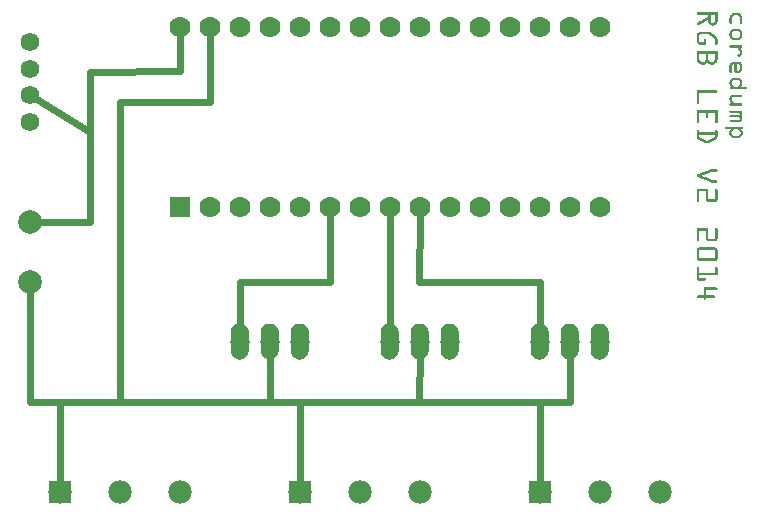
<source format=gtl>
G04 MADE WITH FRITZING*
G04 WWW.FRITZING.ORG*
G04 DOUBLE SIDED*
G04 HOLES PLATED*
G04 CONTOUR ON CENTER OF CONTOUR VECTOR*
%ASAXBY*%
%FSLAX23Y23*%
%MOIN*%
%OFA0B0*%
%SFA1.0B1.0*%
%ADD10C,0.065118*%
%ADD11C,0.078740*%
%ADD12C,0.062222*%
%ADD13C,0.070000*%
%ADD14C,0.078000*%
%ADD15R,0.070000X0.069972*%
%ADD16R,0.078000X0.078000*%
%ADD17C,0.024000*%
%ADD18R,0.001000X0.001000*%
%LNCOPPER1*%
G90*
G70*
G54D10*
X1901Y707D03*
X2001Y707D03*
X2101Y707D03*
X1901Y707D03*
X2001Y707D03*
X2101Y707D03*
X1401Y707D03*
X1501Y707D03*
X1601Y707D03*
X1401Y707D03*
X1501Y707D03*
X1601Y707D03*
X901Y707D03*
X1001Y707D03*
X1101Y707D03*
X901Y707D03*
X1001Y707D03*
X1101Y707D03*
G54D11*
X201Y907D03*
X201Y1108D03*
G54D12*
X201Y1441D03*
X201Y1530D03*
X201Y1618D03*
X201Y1707D03*
G54D13*
X701Y1157D03*
X801Y1157D03*
X901Y1157D03*
X1001Y1157D03*
X1101Y1157D03*
X1201Y1157D03*
X1301Y1157D03*
X1401Y1157D03*
X1501Y1157D03*
X1601Y1157D03*
X1701Y1157D03*
X1801Y1157D03*
X1901Y1157D03*
X2001Y1157D03*
X2101Y1157D03*
X701Y1757D03*
X801Y1757D03*
X901Y1757D03*
X1001Y1757D03*
X1101Y1757D03*
X1201Y1757D03*
X1301Y1757D03*
X1401Y1757D03*
X1501Y1757D03*
X1601Y1757D03*
X1701Y1757D03*
X1801Y1757D03*
X1901Y1757D03*
X2001Y1757D03*
X2101Y1757D03*
G54D14*
X301Y207D03*
X501Y207D03*
X701Y207D03*
X1101Y207D03*
X1301Y207D03*
X1501Y207D03*
X1901Y207D03*
X2101Y207D03*
X2301Y207D03*
G54D15*
X701Y1157D03*
G54D16*
X301Y207D03*
X1101Y207D03*
X1901Y207D03*
G54D17*
X200Y506D02*
X201Y880D01*
D02*
X500Y507D02*
X502Y1508D01*
D02*
X500Y507D02*
X200Y506D01*
D02*
X1101Y506D02*
X200Y506D01*
D02*
X1001Y507D02*
X1001Y674D01*
D02*
X500Y507D02*
X1001Y507D01*
D02*
X800Y1508D02*
X801Y1728D01*
D02*
X200Y506D02*
X500Y507D01*
D02*
X502Y1508D02*
X800Y1508D01*
D02*
X1101Y237D02*
X1101Y506D01*
D02*
X2001Y507D02*
X2001Y674D01*
D02*
X1499Y507D02*
X2001Y507D01*
D02*
X1499Y507D02*
X1500Y674D01*
D02*
X1001Y507D02*
X1499Y507D01*
D02*
X1200Y907D02*
X900Y907D01*
D02*
X900Y907D02*
X900Y741D01*
D02*
X1200Y1128D02*
X1200Y907D01*
D02*
X1001Y507D02*
X1001Y674D01*
D02*
X301Y237D02*
X301Y506D01*
D02*
X301Y506D02*
X1001Y507D01*
D02*
X1499Y507D02*
X1500Y674D01*
D02*
X1901Y237D02*
X1901Y506D01*
D02*
X1901Y506D02*
X1499Y507D01*
D02*
X1900Y907D02*
X1499Y907D01*
D02*
X1499Y907D02*
X1500Y1128D01*
D02*
X1900Y741D02*
X1900Y907D01*
D02*
X1401Y741D02*
X1401Y1008D01*
D02*
X1401Y1008D02*
X1401Y1128D01*
D02*
X700Y1609D02*
X401Y1608D01*
D02*
X401Y1406D02*
X218Y1519D01*
D02*
X401Y1608D02*
X401Y1107D01*
D02*
X401Y1107D02*
X228Y1108D01*
D02*
X700Y1728D02*
X700Y1609D01*
D02*
X401Y1107D02*
X401Y1406D01*
G54D18*
X2426Y1806D02*
X2493Y1806D01*
X2425Y1805D02*
X2493Y1805D01*
X2424Y1804D02*
X2493Y1804D01*
X2546Y1804D02*
X2563Y1804D01*
X2424Y1803D02*
X2493Y1803D01*
X2544Y1803D02*
X2565Y1803D01*
X2424Y1802D02*
X2493Y1802D01*
X2543Y1802D02*
X2566Y1802D01*
X2424Y1801D02*
X2493Y1801D01*
X2542Y1801D02*
X2567Y1801D01*
X2424Y1800D02*
X2493Y1800D01*
X2541Y1800D02*
X2568Y1800D01*
X2425Y1799D02*
X2493Y1799D01*
X2540Y1799D02*
X2569Y1799D01*
X2427Y1798D02*
X2493Y1798D01*
X2539Y1798D02*
X2570Y1798D01*
X2462Y1797D02*
X2470Y1797D01*
X2485Y1797D02*
X2493Y1797D01*
X2538Y1797D02*
X2548Y1797D01*
X2561Y1797D02*
X2571Y1797D01*
X2462Y1796D02*
X2470Y1796D01*
X2485Y1796D02*
X2493Y1796D01*
X2537Y1796D02*
X2546Y1796D01*
X2562Y1796D02*
X2572Y1796D01*
X2462Y1795D02*
X2470Y1795D01*
X2485Y1795D02*
X2493Y1795D01*
X2536Y1795D02*
X2546Y1795D01*
X2563Y1795D02*
X2572Y1795D01*
X2462Y1794D02*
X2470Y1794D01*
X2485Y1794D02*
X2493Y1794D01*
X2536Y1794D02*
X2545Y1794D01*
X2564Y1794D02*
X2573Y1794D01*
X2462Y1793D02*
X2470Y1793D01*
X2485Y1793D02*
X2493Y1793D01*
X2535Y1793D02*
X2544Y1793D01*
X2565Y1793D02*
X2574Y1793D01*
X2462Y1792D02*
X2470Y1792D01*
X2485Y1792D02*
X2493Y1792D01*
X2534Y1792D02*
X2543Y1792D01*
X2566Y1792D02*
X2574Y1792D01*
X2461Y1791D02*
X2470Y1791D01*
X2485Y1791D02*
X2493Y1791D01*
X2534Y1791D02*
X2542Y1791D01*
X2567Y1791D02*
X2575Y1791D01*
X2459Y1790D02*
X2470Y1790D01*
X2485Y1790D02*
X2493Y1790D01*
X2534Y1790D02*
X2541Y1790D01*
X2567Y1790D02*
X2575Y1790D01*
X2457Y1789D02*
X2470Y1789D01*
X2485Y1789D02*
X2493Y1789D01*
X2534Y1789D02*
X2541Y1789D01*
X2568Y1789D02*
X2575Y1789D01*
X2456Y1788D02*
X2470Y1788D01*
X2485Y1788D02*
X2493Y1788D01*
X2533Y1788D02*
X2540Y1788D01*
X2569Y1788D02*
X2575Y1788D01*
X2454Y1787D02*
X2470Y1787D01*
X2485Y1787D02*
X2493Y1787D01*
X2533Y1787D02*
X2540Y1787D01*
X2569Y1787D02*
X2575Y1787D01*
X2452Y1786D02*
X2470Y1786D01*
X2485Y1786D02*
X2493Y1786D01*
X2533Y1786D02*
X2540Y1786D01*
X2569Y1786D02*
X2575Y1786D01*
X2451Y1785D02*
X2470Y1785D01*
X2485Y1785D02*
X2493Y1785D01*
X2533Y1785D02*
X2540Y1785D01*
X2569Y1785D02*
X2575Y1785D01*
X2449Y1784D02*
X2470Y1784D01*
X2485Y1784D02*
X2493Y1784D01*
X2533Y1784D02*
X2540Y1784D01*
X2569Y1784D02*
X2575Y1784D01*
X2447Y1783D02*
X2470Y1783D01*
X2485Y1783D02*
X2493Y1783D01*
X2533Y1783D02*
X2540Y1783D01*
X2569Y1783D02*
X2575Y1783D01*
X2445Y1782D02*
X2470Y1782D01*
X2485Y1782D02*
X2493Y1782D01*
X2533Y1782D02*
X2540Y1782D01*
X2569Y1782D02*
X2575Y1782D01*
X2444Y1781D02*
X2470Y1781D01*
X2485Y1781D02*
X2493Y1781D01*
X2533Y1781D02*
X2540Y1781D01*
X2569Y1781D02*
X2575Y1781D01*
X2442Y1780D02*
X2459Y1780D01*
X2462Y1780D02*
X2470Y1780D01*
X2485Y1780D02*
X2493Y1780D01*
X2533Y1780D02*
X2540Y1780D01*
X2569Y1780D02*
X2575Y1780D01*
X2440Y1779D02*
X2458Y1779D01*
X2462Y1779D02*
X2470Y1779D01*
X2485Y1779D02*
X2493Y1779D01*
X2533Y1779D02*
X2540Y1779D01*
X2569Y1779D02*
X2575Y1779D01*
X2439Y1778D02*
X2456Y1778D01*
X2462Y1778D02*
X2470Y1778D01*
X2485Y1778D02*
X2493Y1778D01*
X2533Y1778D02*
X2540Y1778D01*
X2569Y1778D02*
X2575Y1778D01*
X2437Y1777D02*
X2454Y1777D01*
X2462Y1777D02*
X2470Y1777D01*
X2485Y1777D02*
X2493Y1777D01*
X2533Y1777D02*
X2540Y1777D01*
X2569Y1777D02*
X2575Y1777D01*
X2435Y1776D02*
X2452Y1776D01*
X2462Y1776D02*
X2470Y1776D01*
X2485Y1776D02*
X2493Y1776D01*
X2533Y1776D02*
X2540Y1776D01*
X2569Y1776D02*
X2575Y1776D01*
X2433Y1775D02*
X2451Y1775D01*
X2462Y1775D02*
X2470Y1775D01*
X2485Y1775D02*
X2493Y1775D01*
X2533Y1775D02*
X2540Y1775D01*
X2569Y1775D02*
X2575Y1775D01*
X2432Y1774D02*
X2449Y1774D01*
X2462Y1774D02*
X2470Y1774D01*
X2484Y1774D02*
X2493Y1774D01*
X2533Y1774D02*
X2540Y1774D01*
X2569Y1774D02*
X2575Y1774D01*
X2430Y1773D02*
X2447Y1773D01*
X2462Y1773D02*
X2471Y1773D01*
X2484Y1773D02*
X2492Y1773D01*
X2533Y1773D02*
X2540Y1773D01*
X2569Y1773D02*
X2575Y1773D01*
X2428Y1772D02*
X2446Y1772D01*
X2462Y1772D02*
X2472Y1772D01*
X2483Y1772D02*
X2492Y1772D01*
X2533Y1772D02*
X2540Y1772D01*
X2569Y1772D02*
X2575Y1772D01*
X2427Y1771D02*
X2444Y1771D01*
X2463Y1771D02*
X2492Y1771D01*
X2533Y1771D02*
X2540Y1771D01*
X2569Y1771D02*
X2575Y1771D01*
X2425Y1770D02*
X2442Y1770D01*
X2463Y1770D02*
X2491Y1770D01*
X2534Y1770D02*
X2540Y1770D01*
X2569Y1770D02*
X2575Y1770D01*
X2424Y1769D02*
X2440Y1769D01*
X2464Y1769D02*
X2491Y1769D01*
X2534Y1769D02*
X2539Y1769D01*
X2569Y1769D02*
X2575Y1769D01*
X2424Y1768D02*
X2439Y1768D01*
X2464Y1768D02*
X2490Y1768D01*
X2535Y1768D02*
X2538Y1768D01*
X2570Y1768D02*
X2574Y1768D01*
X2424Y1767D02*
X2437Y1767D01*
X2465Y1767D02*
X2489Y1767D01*
X2424Y1766D02*
X2435Y1766D01*
X2466Y1766D02*
X2489Y1766D01*
X2424Y1765D02*
X2434Y1765D01*
X2467Y1765D02*
X2487Y1765D01*
X2424Y1764D02*
X2432Y1764D01*
X2468Y1764D02*
X2486Y1764D01*
X2425Y1763D02*
X2430Y1763D01*
X2470Y1763D02*
X2484Y1763D01*
X2476Y1762D02*
X2479Y1762D01*
X2544Y1750D02*
X2565Y1750D01*
X2541Y1749D02*
X2567Y1749D01*
X2540Y1748D02*
X2569Y1748D01*
X2539Y1747D02*
X2570Y1747D01*
X2538Y1746D02*
X2571Y1746D01*
X2537Y1745D02*
X2572Y1745D01*
X2536Y1744D02*
X2572Y1744D01*
X2536Y1743D02*
X2573Y1743D01*
X2535Y1742D02*
X2544Y1742D01*
X2565Y1742D02*
X2574Y1742D01*
X2434Y1741D02*
X2464Y1741D01*
X2534Y1741D02*
X2543Y1741D01*
X2566Y1741D02*
X2574Y1741D01*
X2431Y1740D02*
X2468Y1740D01*
X2534Y1740D02*
X2542Y1740D01*
X2567Y1740D02*
X2575Y1740D01*
X2430Y1739D02*
X2470Y1739D01*
X2534Y1739D02*
X2541Y1739D01*
X2568Y1739D02*
X2575Y1739D01*
X2428Y1738D02*
X2471Y1738D01*
X2534Y1738D02*
X2540Y1738D01*
X2568Y1738D02*
X2575Y1738D01*
X2427Y1737D02*
X2472Y1737D01*
X2533Y1737D02*
X2540Y1737D01*
X2569Y1737D02*
X2575Y1737D01*
X2426Y1736D02*
X2474Y1736D01*
X2533Y1736D02*
X2540Y1736D01*
X2569Y1736D02*
X2575Y1736D01*
X2426Y1735D02*
X2475Y1735D01*
X2533Y1735D02*
X2540Y1735D01*
X2569Y1735D02*
X2575Y1735D01*
X2425Y1734D02*
X2476Y1734D01*
X2533Y1734D02*
X2540Y1734D01*
X2569Y1734D02*
X2575Y1734D01*
X2425Y1733D02*
X2478Y1733D01*
X2533Y1733D02*
X2540Y1733D01*
X2569Y1733D02*
X2575Y1733D01*
X2424Y1732D02*
X2435Y1732D01*
X2464Y1732D02*
X2479Y1732D01*
X2533Y1732D02*
X2540Y1732D01*
X2569Y1732D02*
X2575Y1732D01*
X2424Y1731D02*
X2433Y1731D01*
X2466Y1731D02*
X2480Y1731D01*
X2533Y1731D02*
X2540Y1731D01*
X2569Y1731D02*
X2575Y1731D01*
X2424Y1730D02*
X2432Y1730D01*
X2468Y1730D02*
X2482Y1730D01*
X2533Y1730D02*
X2540Y1730D01*
X2569Y1730D02*
X2575Y1730D01*
X2424Y1729D02*
X2432Y1729D01*
X2469Y1729D02*
X2483Y1729D01*
X2533Y1729D02*
X2540Y1729D01*
X2569Y1729D02*
X2575Y1729D01*
X2424Y1728D02*
X2432Y1728D01*
X2470Y1728D02*
X2484Y1728D01*
X2533Y1728D02*
X2540Y1728D01*
X2569Y1728D02*
X2575Y1728D01*
X2424Y1727D02*
X2432Y1727D01*
X2472Y1727D02*
X2485Y1727D01*
X2533Y1727D02*
X2540Y1727D01*
X2569Y1727D02*
X2575Y1727D01*
X2424Y1726D02*
X2432Y1726D01*
X2473Y1726D02*
X2487Y1726D01*
X2533Y1726D02*
X2540Y1726D01*
X2569Y1726D02*
X2575Y1726D01*
X2424Y1725D02*
X2432Y1725D01*
X2474Y1725D02*
X2488Y1725D01*
X2534Y1725D02*
X2541Y1725D01*
X2568Y1725D02*
X2575Y1725D01*
X2424Y1724D02*
X2432Y1724D01*
X2475Y1724D02*
X2489Y1724D01*
X2534Y1724D02*
X2541Y1724D01*
X2568Y1724D02*
X2575Y1724D01*
X2424Y1723D02*
X2432Y1723D01*
X2477Y1723D02*
X2490Y1723D01*
X2534Y1723D02*
X2542Y1723D01*
X2567Y1723D02*
X2575Y1723D01*
X2424Y1722D02*
X2432Y1722D01*
X2478Y1722D02*
X2491Y1722D01*
X2535Y1722D02*
X2543Y1722D01*
X2566Y1722D02*
X2574Y1722D01*
X2424Y1721D02*
X2432Y1721D01*
X2479Y1721D02*
X2491Y1721D01*
X2535Y1721D02*
X2544Y1721D01*
X2565Y1721D02*
X2574Y1721D01*
X2424Y1720D02*
X2432Y1720D01*
X2481Y1720D02*
X2492Y1720D01*
X2536Y1720D02*
X2573Y1720D01*
X2424Y1719D02*
X2432Y1719D01*
X2482Y1719D02*
X2492Y1719D01*
X2537Y1719D02*
X2572Y1719D01*
X2424Y1718D02*
X2432Y1718D01*
X2448Y1718D02*
X2453Y1718D01*
X2483Y1718D02*
X2492Y1718D01*
X2537Y1718D02*
X2571Y1718D01*
X2424Y1717D02*
X2432Y1717D01*
X2447Y1717D02*
X2454Y1717D01*
X2484Y1717D02*
X2492Y1717D01*
X2538Y1717D02*
X2570Y1717D01*
X2424Y1716D02*
X2432Y1716D01*
X2447Y1716D02*
X2454Y1716D01*
X2484Y1716D02*
X2493Y1716D01*
X2539Y1716D02*
X2569Y1716D01*
X2424Y1715D02*
X2432Y1715D01*
X2447Y1715D02*
X2455Y1715D01*
X2485Y1715D02*
X2493Y1715D01*
X2541Y1715D02*
X2568Y1715D01*
X2424Y1714D02*
X2432Y1714D01*
X2447Y1714D02*
X2455Y1714D01*
X2485Y1714D02*
X2493Y1714D01*
X2542Y1714D02*
X2567Y1714D01*
X2424Y1713D02*
X2432Y1713D01*
X2447Y1713D02*
X2455Y1713D01*
X2485Y1713D02*
X2493Y1713D01*
X2545Y1713D02*
X2564Y1713D01*
X2424Y1712D02*
X2432Y1712D01*
X2447Y1712D02*
X2455Y1712D01*
X2485Y1712D02*
X2493Y1712D01*
X2424Y1711D02*
X2432Y1711D01*
X2447Y1711D02*
X2455Y1711D01*
X2485Y1711D02*
X2493Y1711D01*
X2424Y1710D02*
X2432Y1710D01*
X2447Y1710D02*
X2455Y1710D01*
X2485Y1710D02*
X2493Y1710D01*
X2424Y1709D02*
X2432Y1709D01*
X2447Y1709D02*
X2455Y1709D01*
X2485Y1709D02*
X2493Y1709D01*
X2424Y1708D02*
X2432Y1708D01*
X2447Y1708D02*
X2455Y1708D01*
X2485Y1708D02*
X2493Y1708D01*
X2424Y1707D02*
X2433Y1707D01*
X2447Y1707D02*
X2455Y1707D01*
X2485Y1707D02*
X2493Y1707D01*
X2424Y1706D02*
X2435Y1706D01*
X2446Y1706D02*
X2455Y1706D01*
X2485Y1706D02*
X2493Y1706D01*
X2425Y1705D02*
X2455Y1705D01*
X2485Y1705D02*
X2493Y1705D01*
X2425Y1704D02*
X2455Y1704D01*
X2485Y1704D02*
X2493Y1704D01*
X2426Y1703D02*
X2455Y1703D01*
X2485Y1703D02*
X2493Y1703D01*
X2427Y1702D02*
X2455Y1702D01*
X2485Y1702D02*
X2493Y1702D01*
X2427Y1701D02*
X2455Y1701D01*
X2485Y1701D02*
X2493Y1701D01*
X2428Y1700D02*
X2455Y1700D01*
X2485Y1700D02*
X2493Y1700D01*
X2430Y1699D02*
X2455Y1699D01*
X2485Y1699D02*
X2492Y1699D01*
X2431Y1698D02*
X2455Y1698D01*
X2486Y1698D02*
X2491Y1698D01*
X2434Y1697D02*
X2455Y1697D01*
X2487Y1697D02*
X2490Y1697D01*
X2535Y1695D02*
X2574Y1695D01*
X2534Y1694D02*
X2575Y1694D01*
X2534Y1693D02*
X2575Y1693D01*
X2533Y1692D02*
X2575Y1692D01*
X2534Y1691D02*
X2575Y1691D01*
X2534Y1690D02*
X2575Y1690D01*
X2535Y1689D02*
X2574Y1689D01*
X2558Y1688D02*
X2567Y1688D01*
X2559Y1687D02*
X2568Y1687D01*
X2560Y1686D02*
X2569Y1686D01*
X2561Y1685D02*
X2570Y1685D01*
X2562Y1684D02*
X2571Y1684D01*
X2562Y1683D02*
X2572Y1683D01*
X2563Y1682D02*
X2572Y1682D01*
X2564Y1681D02*
X2573Y1681D01*
X2565Y1680D02*
X2574Y1680D01*
X2566Y1679D02*
X2575Y1679D01*
X2567Y1678D02*
X2575Y1678D01*
X2568Y1677D02*
X2575Y1677D01*
X2568Y1676D02*
X2575Y1676D01*
X2424Y1675D02*
X2493Y1675D01*
X2569Y1675D02*
X2575Y1675D01*
X2424Y1674D02*
X2493Y1674D01*
X2569Y1674D02*
X2575Y1674D01*
X2424Y1673D02*
X2493Y1673D01*
X2569Y1673D02*
X2575Y1673D01*
X2424Y1672D02*
X2493Y1672D01*
X2569Y1672D02*
X2575Y1672D01*
X2424Y1671D02*
X2493Y1671D01*
X2569Y1671D02*
X2575Y1671D01*
X2424Y1670D02*
X2493Y1670D01*
X2569Y1670D02*
X2575Y1670D01*
X2424Y1669D02*
X2493Y1669D01*
X2569Y1669D02*
X2575Y1669D01*
X2424Y1668D02*
X2493Y1668D01*
X2568Y1668D02*
X2575Y1668D01*
X2424Y1667D02*
X2493Y1667D01*
X2568Y1667D02*
X2575Y1667D01*
X2424Y1666D02*
X2432Y1666D01*
X2454Y1666D02*
X2462Y1666D01*
X2485Y1666D02*
X2493Y1666D01*
X2565Y1666D02*
X2575Y1666D01*
X2424Y1665D02*
X2432Y1665D01*
X2454Y1665D02*
X2462Y1665D01*
X2485Y1665D02*
X2493Y1665D01*
X2560Y1665D02*
X2574Y1665D01*
X2424Y1664D02*
X2432Y1664D01*
X2454Y1664D02*
X2462Y1664D01*
X2485Y1664D02*
X2493Y1664D01*
X2560Y1664D02*
X2574Y1664D01*
X2424Y1663D02*
X2432Y1663D01*
X2454Y1663D02*
X2462Y1663D01*
X2485Y1663D02*
X2493Y1663D01*
X2559Y1663D02*
X2573Y1663D01*
X2424Y1662D02*
X2432Y1662D01*
X2454Y1662D02*
X2462Y1662D01*
X2485Y1662D02*
X2493Y1662D01*
X2559Y1662D02*
X2572Y1662D01*
X2424Y1661D02*
X2432Y1661D01*
X2454Y1661D02*
X2462Y1661D01*
X2485Y1661D02*
X2493Y1661D01*
X2559Y1661D02*
X2571Y1661D01*
X2424Y1660D02*
X2432Y1660D01*
X2454Y1660D02*
X2462Y1660D01*
X2485Y1660D02*
X2493Y1660D01*
X2560Y1660D02*
X2570Y1660D01*
X2424Y1659D02*
X2432Y1659D01*
X2454Y1659D02*
X2462Y1659D01*
X2485Y1659D02*
X2493Y1659D01*
X2561Y1659D02*
X2568Y1659D01*
X2424Y1658D02*
X2432Y1658D01*
X2454Y1658D02*
X2462Y1658D01*
X2485Y1658D02*
X2493Y1658D01*
X2424Y1657D02*
X2432Y1657D01*
X2454Y1657D02*
X2462Y1657D01*
X2485Y1657D02*
X2493Y1657D01*
X2424Y1656D02*
X2432Y1656D01*
X2454Y1656D02*
X2462Y1656D01*
X2485Y1656D02*
X2493Y1656D01*
X2424Y1655D02*
X2432Y1655D01*
X2454Y1655D02*
X2462Y1655D01*
X2485Y1655D02*
X2493Y1655D01*
X2424Y1654D02*
X2432Y1654D01*
X2454Y1654D02*
X2462Y1654D01*
X2485Y1654D02*
X2493Y1654D01*
X2424Y1653D02*
X2432Y1653D01*
X2454Y1653D02*
X2462Y1653D01*
X2485Y1653D02*
X2493Y1653D01*
X2424Y1652D02*
X2432Y1652D01*
X2454Y1652D02*
X2462Y1652D01*
X2485Y1652D02*
X2493Y1652D01*
X2424Y1651D02*
X2432Y1651D01*
X2454Y1651D02*
X2462Y1651D01*
X2485Y1651D02*
X2493Y1651D01*
X2424Y1650D02*
X2432Y1650D01*
X2454Y1650D02*
X2462Y1650D01*
X2485Y1650D02*
X2493Y1650D01*
X2424Y1649D02*
X2432Y1649D01*
X2454Y1649D02*
X2462Y1649D01*
X2485Y1649D02*
X2493Y1649D01*
X2424Y1648D02*
X2432Y1648D01*
X2454Y1648D02*
X2462Y1648D01*
X2485Y1648D02*
X2493Y1648D01*
X2424Y1647D02*
X2432Y1647D01*
X2454Y1647D02*
X2463Y1647D01*
X2484Y1647D02*
X2493Y1647D01*
X2424Y1646D02*
X2432Y1646D01*
X2453Y1646D02*
X2463Y1646D01*
X2484Y1646D02*
X2492Y1646D01*
X2424Y1645D02*
X2433Y1645D01*
X2453Y1645D02*
X2463Y1645D01*
X2483Y1645D02*
X2492Y1645D01*
X2424Y1644D02*
X2434Y1644D01*
X2452Y1644D02*
X2464Y1644D01*
X2483Y1644D02*
X2492Y1644D01*
X2425Y1643D02*
X2434Y1643D01*
X2451Y1643D02*
X2465Y1643D01*
X2482Y1643D02*
X2492Y1643D01*
X2425Y1642D02*
X2436Y1642D01*
X2450Y1642D02*
X2466Y1642D01*
X2481Y1642D02*
X2491Y1642D01*
X2426Y1641D02*
X2437Y1641D01*
X2449Y1641D02*
X2468Y1641D01*
X2479Y1641D02*
X2491Y1641D01*
X2544Y1641D02*
X2565Y1641D01*
X2426Y1640D02*
X2490Y1640D01*
X2541Y1640D02*
X2567Y1640D01*
X2427Y1639D02*
X2489Y1639D01*
X2540Y1639D02*
X2569Y1639D01*
X2428Y1638D02*
X2489Y1638D01*
X2539Y1638D02*
X2570Y1638D01*
X2429Y1637D02*
X2457Y1637D01*
X2459Y1637D02*
X2488Y1637D01*
X2538Y1637D02*
X2571Y1637D01*
X2430Y1636D02*
X2456Y1636D01*
X2460Y1636D02*
X2487Y1636D01*
X2537Y1636D02*
X2572Y1636D01*
X2431Y1635D02*
X2455Y1635D01*
X2461Y1635D02*
X2485Y1635D01*
X2536Y1635D02*
X2572Y1635D01*
X2432Y1634D02*
X2454Y1634D01*
X2463Y1634D02*
X2484Y1634D01*
X2535Y1634D02*
X2573Y1634D01*
X2434Y1633D02*
X2452Y1633D01*
X2464Y1633D02*
X2482Y1633D01*
X2535Y1633D02*
X2544Y1633D01*
X2549Y1633D02*
X2556Y1633D01*
X2565Y1633D02*
X2574Y1633D01*
X2437Y1632D02*
X2449Y1632D01*
X2467Y1632D02*
X2480Y1632D01*
X2534Y1632D02*
X2543Y1632D01*
X2549Y1632D02*
X2556Y1632D01*
X2566Y1632D02*
X2574Y1632D01*
X2534Y1631D02*
X2542Y1631D01*
X2549Y1631D02*
X2556Y1631D01*
X2567Y1631D02*
X2575Y1631D01*
X2534Y1630D02*
X2541Y1630D01*
X2549Y1630D02*
X2556Y1630D01*
X2568Y1630D02*
X2575Y1630D01*
X2533Y1629D02*
X2540Y1629D01*
X2549Y1629D02*
X2556Y1629D01*
X2568Y1629D02*
X2575Y1629D01*
X2533Y1628D02*
X2540Y1628D01*
X2549Y1628D02*
X2556Y1628D01*
X2569Y1628D02*
X2575Y1628D01*
X2533Y1627D02*
X2540Y1627D01*
X2549Y1627D02*
X2556Y1627D01*
X2569Y1627D02*
X2575Y1627D01*
X2533Y1626D02*
X2540Y1626D01*
X2549Y1626D02*
X2556Y1626D01*
X2569Y1626D02*
X2575Y1626D01*
X2533Y1625D02*
X2540Y1625D01*
X2549Y1625D02*
X2556Y1625D01*
X2569Y1625D02*
X2575Y1625D01*
X2533Y1624D02*
X2540Y1624D01*
X2549Y1624D02*
X2556Y1624D01*
X2569Y1624D02*
X2575Y1624D01*
X2533Y1623D02*
X2540Y1623D01*
X2549Y1623D02*
X2556Y1623D01*
X2569Y1623D02*
X2575Y1623D01*
X2533Y1622D02*
X2540Y1622D01*
X2549Y1622D02*
X2556Y1622D01*
X2569Y1622D02*
X2575Y1622D01*
X2533Y1621D02*
X2540Y1621D01*
X2549Y1621D02*
X2556Y1621D01*
X2569Y1621D02*
X2575Y1621D01*
X2533Y1620D02*
X2540Y1620D01*
X2549Y1620D02*
X2556Y1620D01*
X2569Y1620D02*
X2575Y1620D01*
X2533Y1619D02*
X2540Y1619D01*
X2549Y1619D02*
X2556Y1619D01*
X2569Y1619D02*
X2575Y1619D01*
X2533Y1618D02*
X2540Y1618D01*
X2549Y1618D02*
X2556Y1618D01*
X2569Y1618D02*
X2575Y1618D01*
X2533Y1617D02*
X2540Y1617D01*
X2549Y1617D02*
X2556Y1617D01*
X2569Y1617D02*
X2575Y1617D01*
X2533Y1616D02*
X2540Y1616D01*
X2549Y1616D02*
X2556Y1616D01*
X2568Y1616D02*
X2575Y1616D01*
X2533Y1615D02*
X2540Y1615D01*
X2549Y1615D02*
X2556Y1615D01*
X2568Y1615D02*
X2575Y1615D01*
X2533Y1614D02*
X2540Y1614D01*
X2549Y1614D02*
X2556Y1614D01*
X2567Y1614D02*
X2575Y1614D01*
X2533Y1613D02*
X2540Y1613D01*
X2549Y1613D02*
X2556Y1613D01*
X2566Y1613D02*
X2574Y1613D01*
X2533Y1612D02*
X2540Y1612D01*
X2549Y1612D02*
X2556Y1612D01*
X2565Y1612D02*
X2574Y1612D01*
X2533Y1611D02*
X2540Y1611D01*
X2549Y1611D02*
X2573Y1611D01*
X2533Y1610D02*
X2540Y1610D01*
X2549Y1610D02*
X2572Y1610D01*
X2533Y1609D02*
X2540Y1609D01*
X2549Y1609D02*
X2571Y1609D01*
X2533Y1608D02*
X2540Y1608D01*
X2549Y1608D02*
X2570Y1608D01*
X2533Y1607D02*
X2540Y1607D01*
X2550Y1607D02*
X2569Y1607D01*
X2534Y1606D02*
X2540Y1606D01*
X2550Y1606D02*
X2568Y1606D01*
X2535Y1605D02*
X2539Y1605D01*
X2551Y1605D02*
X2567Y1605D01*
X2536Y1604D02*
X2537Y1604D01*
X2552Y1604D02*
X2564Y1604D01*
X2542Y1586D02*
X2566Y1586D01*
X2541Y1585D02*
X2568Y1585D01*
X2539Y1584D02*
X2569Y1584D01*
X2538Y1583D02*
X2570Y1583D01*
X2538Y1582D02*
X2571Y1582D01*
X2537Y1581D02*
X2572Y1581D01*
X2536Y1580D02*
X2573Y1580D01*
X2535Y1579D02*
X2545Y1579D01*
X2564Y1579D02*
X2574Y1579D01*
X2535Y1578D02*
X2543Y1578D01*
X2565Y1578D02*
X2574Y1578D01*
X2534Y1577D02*
X2542Y1577D01*
X2566Y1577D02*
X2575Y1577D01*
X2534Y1576D02*
X2541Y1576D01*
X2567Y1576D02*
X2575Y1576D01*
X2534Y1575D02*
X2541Y1575D01*
X2568Y1575D02*
X2575Y1575D01*
X2533Y1574D02*
X2540Y1574D01*
X2569Y1574D02*
X2575Y1574D01*
X2533Y1573D02*
X2540Y1573D01*
X2569Y1573D02*
X2575Y1573D01*
X2533Y1572D02*
X2540Y1572D01*
X2569Y1572D02*
X2575Y1572D01*
X2533Y1571D02*
X2540Y1571D01*
X2569Y1571D02*
X2575Y1571D01*
X2533Y1570D02*
X2540Y1570D01*
X2569Y1570D02*
X2575Y1570D01*
X2533Y1569D02*
X2540Y1569D01*
X2569Y1569D02*
X2575Y1569D01*
X2533Y1568D02*
X2540Y1568D01*
X2569Y1568D02*
X2575Y1568D01*
X2533Y1567D02*
X2540Y1567D01*
X2569Y1567D02*
X2575Y1567D01*
X2533Y1566D02*
X2540Y1566D01*
X2568Y1566D02*
X2575Y1566D01*
X2534Y1565D02*
X2541Y1565D01*
X2568Y1565D02*
X2575Y1565D01*
X2534Y1564D02*
X2542Y1564D01*
X2567Y1564D02*
X2575Y1564D01*
X2534Y1563D02*
X2542Y1563D01*
X2566Y1563D02*
X2575Y1563D01*
X2535Y1562D02*
X2543Y1562D01*
X2565Y1562D02*
X2574Y1562D01*
X2535Y1561D02*
X2544Y1561D01*
X2565Y1561D02*
X2573Y1561D01*
X2536Y1560D02*
X2545Y1560D01*
X2564Y1560D02*
X2573Y1560D01*
X2537Y1559D02*
X2546Y1559D01*
X2563Y1559D02*
X2572Y1559D01*
X2537Y1558D02*
X2547Y1558D01*
X2562Y1558D02*
X2571Y1558D01*
X2538Y1557D02*
X2549Y1557D01*
X2560Y1557D02*
X2571Y1557D01*
X2535Y1556D02*
X2590Y1556D01*
X2534Y1555D02*
X2591Y1555D01*
X2534Y1554D02*
X2591Y1554D01*
X2533Y1553D02*
X2591Y1553D01*
X2534Y1552D02*
X2591Y1552D01*
X2534Y1551D02*
X2591Y1551D01*
X2535Y1550D02*
X2590Y1550D01*
X2424Y1545D02*
X2489Y1545D01*
X2424Y1544D02*
X2491Y1544D01*
X2424Y1543D02*
X2492Y1543D01*
X2424Y1542D02*
X2492Y1542D01*
X2424Y1541D02*
X2493Y1541D01*
X2424Y1540D02*
X2493Y1540D01*
X2424Y1539D02*
X2492Y1539D01*
X2424Y1538D02*
X2492Y1538D01*
X2424Y1537D02*
X2491Y1537D01*
X2424Y1536D02*
X2432Y1536D01*
X2424Y1535D02*
X2432Y1535D01*
X2424Y1534D02*
X2432Y1534D01*
X2424Y1533D02*
X2432Y1533D01*
X2424Y1532D02*
X2432Y1532D01*
X2424Y1531D02*
X2432Y1531D01*
X2540Y1531D02*
X2574Y1531D01*
X2424Y1530D02*
X2432Y1530D01*
X2538Y1530D02*
X2575Y1530D01*
X2424Y1529D02*
X2432Y1529D01*
X2537Y1529D02*
X2575Y1529D01*
X2424Y1528D02*
X2432Y1528D01*
X2536Y1528D02*
X2575Y1528D01*
X2424Y1527D02*
X2432Y1527D01*
X2535Y1527D02*
X2575Y1527D01*
X2424Y1526D02*
X2432Y1526D01*
X2535Y1526D02*
X2575Y1526D01*
X2424Y1525D02*
X2432Y1525D01*
X2534Y1525D02*
X2573Y1525D01*
X2424Y1524D02*
X2432Y1524D01*
X2534Y1524D02*
X2542Y1524D01*
X2424Y1523D02*
X2432Y1523D01*
X2534Y1523D02*
X2541Y1523D01*
X2424Y1522D02*
X2432Y1522D01*
X2534Y1522D02*
X2540Y1522D01*
X2424Y1521D02*
X2432Y1521D01*
X2533Y1521D02*
X2540Y1521D01*
X2424Y1520D02*
X2432Y1520D01*
X2533Y1520D02*
X2540Y1520D01*
X2424Y1519D02*
X2432Y1519D01*
X2533Y1519D02*
X2540Y1519D01*
X2424Y1518D02*
X2432Y1518D01*
X2533Y1518D02*
X2540Y1518D01*
X2424Y1517D02*
X2432Y1517D01*
X2533Y1517D02*
X2540Y1517D01*
X2424Y1516D02*
X2432Y1516D01*
X2533Y1516D02*
X2540Y1516D01*
X2424Y1515D02*
X2432Y1515D01*
X2533Y1515D02*
X2540Y1515D01*
X2424Y1514D02*
X2432Y1514D01*
X2534Y1514D02*
X2541Y1514D01*
X2424Y1513D02*
X2432Y1513D01*
X2534Y1513D02*
X2541Y1513D01*
X2424Y1512D02*
X2432Y1512D01*
X2534Y1512D02*
X2542Y1512D01*
X2424Y1511D02*
X2432Y1511D01*
X2535Y1511D02*
X2542Y1511D01*
X2424Y1510D02*
X2432Y1510D01*
X2535Y1510D02*
X2543Y1510D01*
X2424Y1509D02*
X2432Y1509D01*
X2536Y1509D02*
X2544Y1509D01*
X2424Y1508D02*
X2432Y1508D01*
X2536Y1508D02*
X2544Y1508D01*
X2424Y1507D02*
X2432Y1507D01*
X2537Y1507D02*
X2545Y1507D01*
X2424Y1506D02*
X2432Y1506D01*
X2538Y1506D02*
X2546Y1506D01*
X2424Y1505D02*
X2432Y1505D01*
X2538Y1505D02*
X2546Y1505D01*
X2424Y1504D02*
X2431Y1504D01*
X2539Y1504D02*
X2547Y1504D01*
X2424Y1503D02*
X2431Y1503D01*
X2540Y1503D02*
X2548Y1503D01*
X2425Y1502D02*
X2430Y1502D01*
X2536Y1502D02*
X2573Y1502D01*
X2426Y1501D02*
X2429Y1501D01*
X2534Y1501D02*
X2574Y1501D01*
X2534Y1500D02*
X2575Y1500D01*
X2533Y1499D02*
X2575Y1499D01*
X2533Y1498D02*
X2575Y1498D01*
X2534Y1497D02*
X2575Y1497D01*
X2535Y1496D02*
X2574Y1496D01*
X2536Y1495D02*
X2573Y1495D01*
X2424Y1479D02*
X2493Y1479D01*
X2424Y1478D02*
X2493Y1478D01*
X2535Y1478D02*
X2573Y1478D01*
X2424Y1477D02*
X2493Y1477D01*
X2534Y1477D02*
X2575Y1477D01*
X2424Y1476D02*
X2493Y1476D01*
X2534Y1476D02*
X2575Y1476D01*
X2424Y1475D02*
X2493Y1475D01*
X2533Y1475D02*
X2575Y1475D01*
X2424Y1474D02*
X2493Y1474D01*
X2534Y1474D02*
X2575Y1474D01*
X2424Y1473D02*
X2493Y1473D01*
X2534Y1473D02*
X2575Y1473D01*
X2424Y1472D02*
X2493Y1472D01*
X2535Y1472D02*
X2574Y1472D01*
X2424Y1471D02*
X2493Y1471D01*
X2537Y1471D02*
X2573Y1471D01*
X2424Y1470D02*
X2432Y1470D01*
X2454Y1470D02*
X2462Y1470D01*
X2485Y1470D02*
X2493Y1470D01*
X2565Y1470D02*
X2574Y1470D01*
X2424Y1469D02*
X2432Y1469D01*
X2454Y1469D02*
X2462Y1469D01*
X2485Y1469D02*
X2493Y1469D01*
X2565Y1469D02*
X2574Y1469D01*
X2424Y1468D02*
X2432Y1468D01*
X2454Y1468D02*
X2462Y1468D01*
X2485Y1468D02*
X2493Y1468D01*
X2566Y1468D02*
X2575Y1468D01*
X2424Y1467D02*
X2432Y1467D01*
X2454Y1467D02*
X2462Y1467D01*
X2485Y1467D02*
X2493Y1467D01*
X2567Y1467D02*
X2575Y1467D01*
X2424Y1466D02*
X2432Y1466D01*
X2454Y1466D02*
X2462Y1466D01*
X2485Y1466D02*
X2493Y1466D01*
X2568Y1466D02*
X2575Y1466D01*
X2424Y1465D02*
X2432Y1465D01*
X2454Y1465D02*
X2462Y1465D01*
X2485Y1465D02*
X2493Y1465D01*
X2569Y1465D02*
X2575Y1465D01*
X2424Y1464D02*
X2432Y1464D01*
X2454Y1464D02*
X2462Y1464D01*
X2485Y1464D02*
X2493Y1464D01*
X2569Y1464D02*
X2575Y1464D01*
X2424Y1463D02*
X2432Y1463D01*
X2454Y1463D02*
X2462Y1463D01*
X2485Y1463D02*
X2493Y1463D01*
X2567Y1463D02*
X2575Y1463D01*
X2424Y1462D02*
X2432Y1462D01*
X2454Y1462D02*
X2462Y1462D01*
X2485Y1462D02*
X2493Y1462D01*
X2535Y1462D02*
X2575Y1462D01*
X2424Y1461D02*
X2432Y1461D01*
X2454Y1461D02*
X2462Y1461D01*
X2485Y1461D02*
X2493Y1461D01*
X2534Y1461D02*
X2575Y1461D01*
X2424Y1460D02*
X2432Y1460D01*
X2454Y1460D02*
X2462Y1460D01*
X2485Y1460D02*
X2493Y1460D01*
X2534Y1460D02*
X2574Y1460D01*
X2424Y1459D02*
X2432Y1459D01*
X2454Y1459D02*
X2462Y1459D01*
X2485Y1459D02*
X2493Y1459D01*
X2533Y1459D02*
X2573Y1459D01*
X2424Y1458D02*
X2432Y1458D01*
X2454Y1458D02*
X2462Y1458D01*
X2485Y1458D02*
X2493Y1458D01*
X2534Y1458D02*
X2572Y1458D01*
X2424Y1457D02*
X2432Y1457D01*
X2454Y1457D02*
X2462Y1457D01*
X2485Y1457D02*
X2493Y1457D01*
X2534Y1457D02*
X2572Y1457D01*
X2424Y1456D02*
X2432Y1456D01*
X2454Y1456D02*
X2462Y1456D01*
X2485Y1456D02*
X2493Y1456D01*
X2535Y1456D02*
X2573Y1456D01*
X2424Y1455D02*
X2432Y1455D01*
X2455Y1455D02*
X2461Y1455D01*
X2485Y1455D02*
X2493Y1455D01*
X2565Y1455D02*
X2573Y1455D01*
X2424Y1454D02*
X2432Y1454D01*
X2456Y1454D02*
X2461Y1454D01*
X2485Y1454D02*
X2493Y1454D01*
X2565Y1454D02*
X2574Y1454D01*
X2424Y1453D02*
X2432Y1453D01*
X2458Y1453D02*
X2458Y1453D01*
X2485Y1453D02*
X2493Y1453D01*
X2566Y1453D02*
X2575Y1453D01*
X2424Y1452D02*
X2432Y1452D01*
X2485Y1452D02*
X2493Y1452D01*
X2567Y1452D02*
X2575Y1452D01*
X2424Y1451D02*
X2432Y1451D01*
X2485Y1451D02*
X2493Y1451D01*
X2568Y1451D02*
X2575Y1451D01*
X2424Y1450D02*
X2432Y1450D01*
X2485Y1450D02*
X2493Y1450D01*
X2569Y1450D02*
X2575Y1450D01*
X2424Y1449D02*
X2432Y1449D01*
X2485Y1449D02*
X2493Y1449D01*
X2569Y1449D02*
X2575Y1449D01*
X2424Y1448D02*
X2432Y1448D01*
X2485Y1448D02*
X2493Y1448D01*
X2567Y1448D02*
X2575Y1448D01*
X2424Y1447D02*
X2432Y1447D01*
X2485Y1447D02*
X2493Y1447D01*
X2535Y1447D02*
X2575Y1447D01*
X2424Y1446D02*
X2432Y1446D01*
X2485Y1446D02*
X2493Y1446D01*
X2534Y1446D02*
X2574Y1446D01*
X2424Y1445D02*
X2432Y1445D01*
X2485Y1445D02*
X2493Y1445D01*
X2534Y1445D02*
X2574Y1445D01*
X2424Y1444D02*
X2432Y1444D01*
X2485Y1444D02*
X2493Y1444D01*
X2533Y1444D02*
X2573Y1444D01*
X2424Y1443D02*
X2432Y1443D01*
X2485Y1443D02*
X2493Y1443D01*
X2534Y1443D02*
X2572Y1443D01*
X2424Y1442D02*
X2432Y1442D01*
X2485Y1442D02*
X2493Y1442D01*
X2534Y1442D02*
X2571Y1442D01*
X2424Y1441D02*
X2432Y1441D01*
X2485Y1441D02*
X2493Y1441D01*
X2535Y1441D02*
X2570Y1441D01*
X2424Y1440D02*
X2432Y1440D01*
X2485Y1440D02*
X2493Y1440D01*
X2424Y1439D02*
X2432Y1439D01*
X2485Y1439D02*
X2493Y1439D01*
X2424Y1438D02*
X2431Y1438D01*
X2485Y1438D02*
X2492Y1438D01*
X2425Y1437D02*
X2431Y1437D01*
X2486Y1437D02*
X2492Y1437D01*
X2425Y1436D02*
X2430Y1436D01*
X2487Y1436D02*
X2491Y1436D01*
X2519Y1423D02*
X2575Y1423D01*
X2518Y1422D02*
X2576Y1422D01*
X2518Y1421D02*
X2577Y1421D01*
X2517Y1420D02*
X2577Y1420D01*
X2517Y1419D02*
X2577Y1419D01*
X2518Y1418D02*
X2577Y1418D01*
X2518Y1417D02*
X2576Y1417D01*
X2520Y1416D02*
X2574Y1416D01*
X2537Y1415D02*
X2547Y1415D01*
X2562Y1415D02*
X2572Y1415D01*
X2426Y1414D02*
X2429Y1414D01*
X2487Y1414D02*
X2490Y1414D01*
X2536Y1414D02*
X2545Y1414D01*
X2563Y1414D02*
X2573Y1414D01*
X2425Y1413D02*
X2430Y1413D01*
X2486Y1413D02*
X2491Y1413D01*
X2535Y1413D02*
X2544Y1413D01*
X2564Y1413D02*
X2574Y1413D01*
X2424Y1412D02*
X2431Y1412D01*
X2485Y1412D02*
X2492Y1412D01*
X2534Y1412D02*
X2544Y1412D01*
X2565Y1412D02*
X2575Y1412D01*
X2424Y1411D02*
X2431Y1411D01*
X2485Y1411D02*
X2493Y1411D01*
X2533Y1411D02*
X2543Y1411D01*
X2566Y1411D02*
X2575Y1411D01*
X2424Y1410D02*
X2432Y1410D01*
X2485Y1410D02*
X2493Y1410D01*
X2533Y1410D02*
X2541Y1410D01*
X2567Y1410D02*
X2576Y1410D01*
X2424Y1409D02*
X2432Y1409D01*
X2485Y1409D02*
X2493Y1409D01*
X2532Y1409D02*
X2540Y1409D01*
X2568Y1409D02*
X2576Y1409D01*
X2424Y1408D02*
X2432Y1408D01*
X2485Y1408D02*
X2493Y1408D01*
X2532Y1408D02*
X2540Y1408D01*
X2569Y1408D02*
X2577Y1408D01*
X2424Y1407D02*
X2432Y1407D01*
X2485Y1407D02*
X2493Y1407D01*
X2532Y1407D02*
X2539Y1407D01*
X2570Y1407D02*
X2577Y1407D01*
X2424Y1406D02*
X2432Y1406D01*
X2485Y1406D02*
X2493Y1406D01*
X2532Y1406D02*
X2539Y1406D01*
X2570Y1406D02*
X2577Y1406D01*
X2424Y1405D02*
X2493Y1405D01*
X2532Y1405D02*
X2538Y1405D01*
X2570Y1405D02*
X2577Y1405D01*
X2424Y1404D02*
X2493Y1404D01*
X2532Y1404D02*
X2538Y1404D01*
X2570Y1404D02*
X2577Y1404D01*
X2424Y1403D02*
X2493Y1403D01*
X2532Y1403D02*
X2539Y1403D01*
X2570Y1403D02*
X2577Y1403D01*
X2424Y1402D02*
X2493Y1402D01*
X2532Y1402D02*
X2539Y1402D01*
X2570Y1402D02*
X2577Y1402D01*
X2424Y1401D02*
X2493Y1401D01*
X2532Y1401D02*
X2540Y1401D01*
X2569Y1401D02*
X2577Y1401D01*
X2424Y1400D02*
X2493Y1400D01*
X2532Y1400D02*
X2540Y1400D01*
X2568Y1400D02*
X2576Y1400D01*
X2424Y1399D02*
X2493Y1399D01*
X2533Y1399D02*
X2541Y1399D01*
X2567Y1399D02*
X2576Y1399D01*
X2424Y1398D02*
X2493Y1398D01*
X2533Y1398D02*
X2542Y1398D01*
X2567Y1398D02*
X2575Y1398D01*
X2424Y1397D02*
X2493Y1397D01*
X2534Y1397D02*
X2543Y1397D01*
X2566Y1397D02*
X2575Y1397D01*
X2424Y1396D02*
X2432Y1396D01*
X2485Y1396D02*
X2493Y1396D01*
X2535Y1396D02*
X2544Y1396D01*
X2565Y1396D02*
X2574Y1396D01*
X2424Y1395D02*
X2432Y1395D01*
X2485Y1395D02*
X2493Y1395D01*
X2536Y1395D02*
X2545Y1395D01*
X2564Y1395D02*
X2573Y1395D01*
X2424Y1394D02*
X2432Y1394D01*
X2485Y1394D02*
X2493Y1394D01*
X2536Y1394D02*
X2546Y1394D01*
X2563Y1394D02*
X2572Y1394D01*
X2424Y1393D02*
X2432Y1393D01*
X2485Y1393D02*
X2493Y1393D01*
X2537Y1393D02*
X2571Y1393D01*
X2424Y1392D02*
X2432Y1392D01*
X2484Y1392D02*
X2493Y1392D01*
X2538Y1392D02*
X2571Y1392D01*
X2424Y1391D02*
X2432Y1391D01*
X2484Y1391D02*
X2493Y1391D01*
X2539Y1391D02*
X2570Y1391D01*
X2424Y1390D02*
X2433Y1390D01*
X2483Y1390D02*
X2492Y1390D01*
X2540Y1390D02*
X2569Y1390D01*
X2424Y1389D02*
X2435Y1389D01*
X2482Y1389D02*
X2492Y1389D01*
X2541Y1389D02*
X2568Y1389D01*
X2425Y1388D02*
X2437Y1388D01*
X2480Y1388D02*
X2492Y1388D01*
X2542Y1388D02*
X2566Y1388D01*
X2425Y1387D02*
X2439Y1387D01*
X2478Y1387D02*
X2491Y1387D01*
X2544Y1387D02*
X2565Y1387D01*
X2426Y1386D02*
X2441Y1386D01*
X2476Y1386D02*
X2491Y1386D01*
X2547Y1386D02*
X2562Y1386D01*
X2426Y1385D02*
X2442Y1385D01*
X2474Y1385D02*
X2490Y1385D01*
X2427Y1384D02*
X2444Y1384D01*
X2472Y1384D02*
X2489Y1384D01*
X2428Y1383D02*
X2446Y1383D01*
X2470Y1383D02*
X2488Y1383D01*
X2429Y1382D02*
X2448Y1382D01*
X2468Y1382D02*
X2487Y1382D01*
X2431Y1381D02*
X2450Y1381D01*
X2466Y1381D02*
X2485Y1381D01*
X2433Y1380D02*
X2452Y1380D01*
X2464Y1380D02*
X2483Y1380D01*
X2435Y1379D02*
X2455Y1379D01*
X2461Y1379D02*
X2481Y1379D01*
X2437Y1378D02*
X2479Y1378D01*
X2439Y1377D02*
X2477Y1377D01*
X2441Y1376D02*
X2475Y1376D01*
X2443Y1375D02*
X2473Y1375D01*
X2445Y1374D02*
X2471Y1374D01*
X2447Y1373D02*
X2469Y1373D01*
X2449Y1372D02*
X2467Y1372D01*
X2451Y1371D02*
X2465Y1371D01*
X2455Y1370D02*
X2461Y1370D01*
X2471Y1283D02*
X2490Y1283D01*
X2469Y1282D02*
X2492Y1282D01*
X2466Y1281D02*
X2492Y1281D01*
X2464Y1280D02*
X2493Y1280D01*
X2461Y1279D02*
X2493Y1279D01*
X2459Y1278D02*
X2493Y1278D01*
X2456Y1277D02*
X2492Y1277D01*
X2453Y1276D02*
X2491Y1276D01*
X2451Y1275D02*
X2490Y1275D01*
X2448Y1274D02*
X2472Y1274D01*
X2446Y1273D02*
X2470Y1273D01*
X2443Y1272D02*
X2467Y1272D01*
X2441Y1271D02*
X2465Y1271D01*
X2438Y1270D02*
X2462Y1270D01*
X2435Y1269D02*
X2460Y1269D01*
X2433Y1268D02*
X2457Y1268D01*
X2430Y1267D02*
X2455Y1267D01*
X2428Y1266D02*
X2452Y1266D01*
X2426Y1265D02*
X2450Y1265D01*
X2424Y1264D02*
X2447Y1264D01*
X2424Y1263D02*
X2444Y1263D01*
X2424Y1262D02*
X2442Y1262D01*
X2424Y1261D02*
X2440Y1261D01*
X2424Y1260D02*
X2443Y1260D01*
X2424Y1259D02*
X2445Y1259D01*
X2425Y1258D02*
X2448Y1258D01*
X2426Y1257D02*
X2450Y1257D01*
X2429Y1256D02*
X2453Y1256D01*
X2432Y1255D02*
X2456Y1255D01*
X2434Y1254D02*
X2458Y1254D01*
X2437Y1253D02*
X2461Y1253D01*
X2439Y1252D02*
X2463Y1252D01*
X2442Y1251D02*
X2466Y1251D01*
X2444Y1250D02*
X2468Y1250D01*
X2447Y1249D02*
X2471Y1249D01*
X2450Y1248D02*
X2474Y1248D01*
X2452Y1247D02*
X2491Y1247D01*
X2455Y1246D02*
X2492Y1246D01*
X2457Y1245D02*
X2492Y1245D01*
X2460Y1244D02*
X2493Y1244D01*
X2462Y1243D02*
X2493Y1243D01*
X2465Y1242D02*
X2492Y1242D01*
X2467Y1241D02*
X2492Y1241D01*
X2470Y1240D02*
X2491Y1240D01*
X2473Y1239D02*
X2489Y1239D01*
X2424Y1218D02*
X2455Y1218D01*
X2488Y1218D02*
X2489Y1218D01*
X2424Y1217D02*
X2458Y1217D01*
X2486Y1217D02*
X2491Y1217D01*
X2424Y1216D02*
X2459Y1216D01*
X2485Y1216D02*
X2492Y1216D01*
X2424Y1215D02*
X2460Y1215D01*
X2485Y1215D02*
X2492Y1215D01*
X2424Y1214D02*
X2461Y1214D01*
X2485Y1214D02*
X2493Y1214D01*
X2424Y1213D02*
X2461Y1213D01*
X2485Y1213D02*
X2493Y1213D01*
X2424Y1212D02*
X2462Y1212D01*
X2485Y1212D02*
X2493Y1212D01*
X2424Y1211D02*
X2462Y1211D01*
X2485Y1211D02*
X2493Y1211D01*
X2424Y1210D02*
X2462Y1210D01*
X2485Y1210D02*
X2493Y1210D01*
X2424Y1209D02*
X2432Y1209D01*
X2454Y1209D02*
X2462Y1209D01*
X2485Y1209D02*
X2493Y1209D01*
X2424Y1208D02*
X2432Y1208D01*
X2454Y1208D02*
X2462Y1208D01*
X2485Y1208D02*
X2493Y1208D01*
X2424Y1207D02*
X2432Y1207D01*
X2454Y1207D02*
X2462Y1207D01*
X2485Y1207D02*
X2493Y1207D01*
X2424Y1206D02*
X2432Y1206D01*
X2454Y1206D02*
X2462Y1206D01*
X2485Y1206D02*
X2493Y1206D01*
X2424Y1205D02*
X2432Y1205D01*
X2454Y1205D02*
X2462Y1205D01*
X2485Y1205D02*
X2493Y1205D01*
X2424Y1204D02*
X2432Y1204D01*
X2454Y1204D02*
X2462Y1204D01*
X2485Y1204D02*
X2493Y1204D01*
X2424Y1203D02*
X2432Y1203D01*
X2454Y1203D02*
X2462Y1203D01*
X2485Y1203D02*
X2493Y1203D01*
X2424Y1202D02*
X2432Y1202D01*
X2454Y1202D02*
X2462Y1202D01*
X2485Y1202D02*
X2493Y1202D01*
X2424Y1201D02*
X2432Y1201D01*
X2454Y1201D02*
X2462Y1201D01*
X2485Y1201D02*
X2493Y1201D01*
X2424Y1200D02*
X2432Y1200D01*
X2454Y1200D02*
X2462Y1200D01*
X2485Y1200D02*
X2493Y1200D01*
X2424Y1199D02*
X2432Y1199D01*
X2454Y1199D02*
X2462Y1199D01*
X2485Y1199D02*
X2493Y1199D01*
X2424Y1198D02*
X2432Y1198D01*
X2454Y1198D02*
X2462Y1198D01*
X2485Y1198D02*
X2493Y1198D01*
X2424Y1197D02*
X2432Y1197D01*
X2454Y1197D02*
X2462Y1197D01*
X2485Y1197D02*
X2493Y1197D01*
X2424Y1196D02*
X2432Y1196D01*
X2454Y1196D02*
X2462Y1196D01*
X2485Y1196D02*
X2493Y1196D01*
X2424Y1195D02*
X2432Y1195D01*
X2454Y1195D02*
X2462Y1195D01*
X2485Y1195D02*
X2493Y1195D01*
X2424Y1194D02*
X2432Y1194D01*
X2454Y1194D02*
X2462Y1194D01*
X2485Y1194D02*
X2493Y1194D01*
X2424Y1193D02*
X2432Y1193D01*
X2454Y1193D02*
X2462Y1193D01*
X2485Y1193D02*
X2493Y1193D01*
X2424Y1192D02*
X2432Y1192D01*
X2454Y1192D02*
X2462Y1192D01*
X2485Y1192D02*
X2493Y1192D01*
X2424Y1191D02*
X2432Y1191D01*
X2454Y1191D02*
X2462Y1191D01*
X2485Y1191D02*
X2493Y1191D01*
X2424Y1190D02*
X2432Y1190D01*
X2454Y1190D02*
X2462Y1190D01*
X2485Y1190D02*
X2493Y1190D01*
X2424Y1189D02*
X2432Y1189D01*
X2454Y1189D02*
X2462Y1189D01*
X2485Y1189D02*
X2493Y1189D01*
X2424Y1188D02*
X2432Y1188D01*
X2454Y1188D02*
X2462Y1188D01*
X2485Y1188D02*
X2493Y1188D01*
X2424Y1187D02*
X2432Y1187D01*
X2454Y1187D02*
X2462Y1187D01*
X2485Y1187D02*
X2493Y1187D01*
X2424Y1186D02*
X2432Y1186D01*
X2454Y1186D02*
X2462Y1186D01*
X2485Y1186D02*
X2493Y1186D01*
X2424Y1185D02*
X2432Y1185D01*
X2454Y1185D02*
X2462Y1185D01*
X2485Y1185D02*
X2493Y1185D01*
X2424Y1184D02*
X2432Y1184D01*
X2454Y1184D02*
X2462Y1184D01*
X2485Y1184D02*
X2493Y1184D01*
X2424Y1183D02*
X2432Y1183D01*
X2454Y1183D02*
X2462Y1183D01*
X2485Y1183D02*
X2493Y1183D01*
X2424Y1182D02*
X2432Y1182D01*
X2454Y1182D02*
X2493Y1182D01*
X2424Y1181D02*
X2432Y1181D01*
X2454Y1181D02*
X2493Y1181D01*
X2424Y1180D02*
X2432Y1180D01*
X2455Y1180D02*
X2492Y1180D01*
X2424Y1179D02*
X2432Y1179D01*
X2455Y1179D02*
X2492Y1179D01*
X2424Y1178D02*
X2432Y1178D01*
X2455Y1178D02*
X2491Y1178D01*
X2424Y1177D02*
X2431Y1177D01*
X2456Y1177D02*
X2491Y1177D01*
X2424Y1176D02*
X2431Y1176D01*
X2457Y1176D02*
X2490Y1176D01*
X2425Y1175D02*
X2430Y1175D01*
X2458Y1175D02*
X2489Y1175D01*
X2426Y1174D02*
X2429Y1174D01*
X2460Y1174D02*
X2487Y1174D01*
X2424Y1087D02*
X2456Y1087D01*
X2487Y1087D02*
X2490Y1087D01*
X2424Y1086D02*
X2458Y1086D01*
X2486Y1086D02*
X2491Y1086D01*
X2424Y1085D02*
X2459Y1085D01*
X2485Y1085D02*
X2492Y1085D01*
X2424Y1084D02*
X2460Y1084D01*
X2485Y1084D02*
X2493Y1084D01*
X2424Y1083D02*
X2461Y1083D01*
X2485Y1083D02*
X2493Y1083D01*
X2424Y1082D02*
X2461Y1082D01*
X2485Y1082D02*
X2493Y1082D01*
X2424Y1081D02*
X2462Y1081D01*
X2485Y1081D02*
X2493Y1081D01*
X2424Y1080D02*
X2462Y1080D01*
X2485Y1080D02*
X2493Y1080D01*
X2424Y1079D02*
X2462Y1079D01*
X2485Y1079D02*
X2493Y1079D01*
X2424Y1078D02*
X2432Y1078D01*
X2454Y1078D02*
X2462Y1078D01*
X2485Y1078D02*
X2493Y1078D01*
X2424Y1077D02*
X2432Y1077D01*
X2454Y1077D02*
X2462Y1077D01*
X2485Y1077D02*
X2493Y1077D01*
X2424Y1076D02*
X2432Y1076D01*
X2454Y1076D02*
X2462Y1076D01*
X2485Y1076D02*
X2493Y1076D01*
X2424Y1075D02*
X2432Y1075D01*
X2454Y1075D02*
X2462Y1075D01*
X2485Y1075D02*
X2493Y1075D01*
X2424Y1074D02*
X2432Y1074D01*
X2454Y1074D02*
X2462Y1074D01*
X2485Y1074D02*
X2493Y1074D01*
X2424Y1073D02*
X2432Y1073D01*
X2454Y1073D02*
X2462Y1073D01*
X2485Y1073D02*
X2493Y1073D01*
X2424Y1072D02*
X2432Y1072D01*
X2454Y1072D02*
X2462Y1072D01*
X2485Y1072D02*
X2493Y1072D01*
X2424Y1071D02*
X2432Y1071D01*
X2454Y1071D02*
X2462Y1071D01*
X2485Y1071D02*
X2493Y1071D01*
X2424Y1070D02*
X2432Y1070D01*
X2454Y1070D02*
X2462Y1070D01*
X2485Y1070D02*
X2493Y1070D01*
X2424Y1069D02*
X2432Y1069D01*
X2454Y1069D02*
X2462Y1069D01*
X2485Y1069D02*
X2493Y1069D01*
X2424Y1068D02*
X2432Y1068D01*
X2454Y1068D02*
X2462Y1068D01*
X2485Y1068D02*
X2493Y1068D01*
X2424Y1067D02*
X2432Y1067D01*
X2454Y1067D02*
X2462Y1067D01*
X2485Y1067D02*
X2493Y1067D01*
X2424Y1066D02*
X2432Y1066D01*
X2454Y1066D02*
X2462Y1066D01*
X2485Y1066D02*
X2493Y1066D01*
X2424Y1065D02*
X2432Y1065D01*
X2454Y1065D02*
X2462Y1065D01*
X2485Y1065D02*
X2493Y1065D01*
X2424Y1064D02*
X2432Y1064D01*
X2454Y1064D02*
X2462Y1064D01*
X2485Y1064D02*
X2493Y1064D01*
X2424Y1063D02*
X2432Y1063D01*
X2454Y1063D02*
X2462Y1063D01*
X2485Y1063D02*
X2493Y1063D01*
X2424Y1062D02*
X2432Y1062D01*
X2454Y1062D02*
X2462Y1062D01*
X2485Y1062D02*
X2493Y1062D01*
X2424Y1061D02*
X2432Y1061D01*
X2454Y1061D02*
X2462Y1061D01*
X2485Y1061D02*
X2493Y1061D01*
X2424Y1060D02*
X2432Y1060D01*
X2454Y1060D02*
X2462Y1060D01*
X2485Y1060D02*
X2493Y1060D01*
X2424Y1059D02*
X2432Y1059D01*
X2454Y1059D02*
X2462Y1059D01*
X2485Y1059D02*
X2493Y1059D01*
X2424Y1058D02*
X2432Y1058D01*
X2454Y1058D02*
X2462Y1058D01*
X2485Y1058D02*
X2493Y1058D01*
X2424Y1057D02*
X2432Y1057D01*
X2454Y1057D02*
X2462Y1057D01*
X2485Y1057D02*
X2493Y1057D01*
X2424Y1056D02*
X2432Y1056D01*
X2454Y1056D02*
X2462Y1056D01*
X2485Y1056D02*
X2493Y1056D01*
X2424Y1055D02*
X2432Y1055D01*
X2454Y1055D02*
X2462Y1055D01*
X2485Y1055D02*
X2493Y1055D01*
X2424Y1054D02*
X2432Y1054D01*
X2454Y1054D02*
X2462Y1054D01*
X2485Y1054D02*
X2493Y1054D01*
X2424Y1053D02*
X2432Y1053D01*
X2454Y1053D02*
X2462Y1053D01*
X2485Y1053D02*
X2493Y1053D01*
X2424Y1052D02*
X2432Y1052D01*
X2454Y1052D02*
X2462Y1052D01*
X2485Y1052D02*
X2493Y1052D01*
X2424Y1051D02*
X2432Y1051D01*
X2454Y1051D02*
X2493Y1051D01*
X2424Y1050D02*
X2432Y1050D01*
X2454Y1050D02*
X2493Y1050D01*
X2424Y1049D02*
X2432Y1049D01*
X2455Y1049D02*
X2492Y1049D01*
X2424Y1048D02*
X2432Y1048D01*
X2455Y1048D02*
X2492Y1048D01*
X2424Y1047D02*
X2432Y1047D01*
X2456Y1047D02*
X2491Y1047D01*
X2424Y1046D02*
X2431Y1046D01*
X2456Y1046D02*
X2491Y1046D01*
X2424Y1045D02*
X2431Y1045D01*
X2457Y1045D02*
X2490Y1045D01*
X2425Y1044D02*
X2430Y1044D01*
X2459Y1044D02*
X2488Y1044D01*
X2426Y1043D02*
X2429Y1043D01*
X2461Y1043D02*
X2486Y1043D01*
X2433Y1022D02*
X2483Y1022D01*
X2429Y1021D02*
X2488Y1021D01*
X2427Y1020D02*
X2489Y1020D01*
X2426Y1019D02*
X2490Y1019D01*
X2425Y1018D02*
X2491Y1018D01*
X2425Y1017D02*
X2492Y1017D01*
X2424Y1016D02*
X2492Y1016D01*
X2424Y1015D02*
X2492Y1015D01*
X2424Y1014D02*
X2493Y1014D01*
X2424Y1013D02*
X2493Y1013D01*
X2424Y1012D02*
X2432Y1012D01*
X2485Y1012D02*
X2493Y1012D01*
X2424Y1011D02*
X2432Y1011D01*
X2485Y1011D02*
X2493Y1011D01*
X2424Y1010D02*
X2432Y1010D01*
X2485Y1010D02*
X2493Y1010D01*
X2424Y1009D02*
X2432Y1009D01*
X2485Y1009D02*
X2493Y1009D01*
X2424Y1008D02*
X2432Y1008D01*
X2485Y1008D02*
X2493Y1008D01*
X2424Y1007D02*
X2432Y1007D01*
X2485Y1007D02*
X2493Y1007D01*
X2424Y1006D02*
X2432Y1006D01*
X2485Y1006D02*
X2493Y1006D01*
X2424Y1005D02*
X2432Y1005D01*
X2485Y1005D02*
X2493Y1005D01*
X2424Y1004D02*
X2432Y1004D01*
X2485Y1004D02*
X2493Y1004D01*
X2424Y1003D02*
X2432Y1003D01*
X2485Y1003D02*
X2493Y1003D01*
X2424Y1002D02*
X2432Y1002D01*
X2485Y1002D02*
X2493Y1002D01*
X2424Y1001D02*
X2432Y1001D01*
X2485Y1001D02*
X2493Y1001D01*
X2424Y1000D02*
X2432Y1000D01*
X2485Y1000D02*
X2493Y1000D01*
X2424Y999D02*
X2432Y999D01*
X2485Y999D02*
X2493Y999D01*
X2424Y998D02*
X2432Y998D01*
X2485Y998D02*
X2493Y998D01*
X2424Y997D02*
X2432Y997D01*
X2485Y997D02*
X2493Y997D01*
X2424Y996D02*
X2432Y996D01*
X2485Y996D02*
X2493Y996D01*
X2424Y995D02*
X2432Y995D01*
X2485Y995D02*
X2493Y995D01*
X2424Y994D02*
X2432Y994D01*
X2485Y994D02*
X2493Y994D01*
X2424Y993D02*
X2432Y993D01*
X2485Y993D02*
X2493Y993D01*
X2424Y992D02*
X2432Y992D01*
X2485Y992D02*
X2493Y992D01*
X2424Y991D02*
X2432Y991D01*
X2485Y991D02*
X2493Y991D01*
X2424Y990D02*
X2432Y990D01*
X2485Y990D02*
X2493Y990D01*
X2424Y989D02*
X2432Y989D01*
X2485Y989D02*
X2493Y989D01*
X2424Y988D02*
X2432Y988D01*
X2485Y988D02*
X2493Y988D01*
X2424Y987D02*
X2432Y987D01*
X2485Y987D02*
X2493Y987D01*
X2424Y986D02*
X2493Y986D01*
X2424Y985D02*
X2493Y985D01*
X2424Y984D02*
X2492Y984D01*
X2424Y983D02*
X2492Y983D01*
X2425Y982D02*
X2492Y982D01*
X2425Y981D02*
X2491Y981D01*
X2426Y980D02*
X2490Y980D01*
X2427Y979D02*
X2489Y979D01*
X2429Y978D02*
X2487Y978D01*
X2426Y956D02*
X2429Y956D01*
X2487Y956D02*
X2490Y956D01*
X2425Y955D02*
X2431Y955D01*
X2486Y955D02*
X2492Y955D01*
X2424Y954D02*
X2431Y954D01*
X2485Y954D02*
X2492Y954D01*
X2424Y953D02*
X2432Y953D01*
X2485Y953D02*
X2493Y953D01*
X2424Y952D02*
X2432Y952D01*
X2485Y952D02*
X2493Y952D01*
X2424Y951D02*
X2432Y951D01*
X2485Y951D02*
X2493Y951D01*
X2424Y950D02*
X2432Y950D01*
X2485Y950D02*
X2493Y950D01*
X2424Y949D02*
X2432Y949D01*
X2485Y949D02*
X2493Y949D01*
X2424Y948D02*
X2432Y948D01*
X2485Y948D02*
X2493Y948D01*
X2424Y947D02*
X2432Y947D01*
X2485Y947D02*
X2493Y947D01*
X2424Y946D02*
X2432Y946D01*
X2485Y946D02*
X2493Y946D01*
X2424Y945D02*
X2432Y945D01*
X2485Y945D02*
X2493Y945D01*
X2424Y944D02*
X2432Y944D01*
X2485Y944D02*
X2493Y944D01*
X2424Y943D02*
X2432Y943D01*
X2485Y943D02*
X2493Y943D01*
X2424Y942D02*
X2432Y942D01*
X2485Y942D02*
X2493Y942D01*
X2424Y941D02*
X2432Y941D01*
X2485Y941D02*
X2493Y941D01*
X2424Y940D02*
X2432Y940D01*
X2485Y940D02*
X2493Y940D01*
X2424Y939D02*
X2432Y939D01*
X2484Y939D02*
X2493Y939D01*
X2424Y938D02*
X2493Y938D01*
X2424Y937D02*
X2493Y937D01*
X2424Y936D02*
X2493Y936D01*
X2424Y935D02*
X2493Y935D01*
X2424Y934D02*
X2493Y934D01*
X2424Y933D02*
X2493Y933D01*
X2424Y932D02*
X2493Y932D01*
X2424Y931D02*
X2493Y931D01*
X2424Y930D02*
X2493Y930D01*
X2424Y929D02*
X2432Y929D01*
X2424Y928D02*
X2432Y928D01*
X2424Y927D02*
X2432Y927D01*
X2424Y926D02*
X2432Y926D01*
X2424Y925D02*
X2432Y925D01*
X2424Y924D02*
X2432Y924D01*
X2424Y923D02*
X2432Y923D01*
X2424Y922D02*
X2432Y922D01*
X2424Y921D02*
X2432Y921D01*
X2424Y920D02*
X2453Y920D01*
X2424Y919D02*
X2454Y919D01*
X2424Y918D02*
X2454Y918D01*
X2424Y917D02*
X2455Y917D01*
X2424Y916D02*
X2455Y916D01*
X2424Y915D02*
X2454Y915D01*
X2424Y914D02*
X2454Y914D01*
X2425Y913D02*
X2453Y913D01*
X2427Y912D02*
X2451Y912D01*
X2447Y889D02*
X2488Y889D01*
X2447Y888D02*
X2491Y888D01*
X2447Y887D02*
X2492Y887D01*
X2447Y886D02*
X2492Y886D01*
X2447Y885D02*
X2493Y885D01*
X2447Y884D02*
X2493Y884D01*
X2447Y883D02*
X2492Y883D01*
X2447Y882D02*
X2492Y882D01*
X2447Y881D02*
X2491Y881D01*
X2447Y880D02*
X2488Y880D01*
X2447Y879D02*
X2455Y879D01*
X2447Y878D02*
X2455Y878D01*
X2447Y877D02*
X2455Y877D01*
X2447Y876D02*
X2455Y876D01*
X2447Y875D02*
X2455Y875D01*
X2447Y874D02*
X2455Y874D01*
X2447Y873D02*
X2455Y873D01*
X2447Y872D02*
X2455Y872D01*
X2447Y871D02*
X2455Y871D01*
X2447Y870D02*
X2455Y870D01*
X2447Y869D02*
X2455Y869D01*
X2447Y868D02*
X2455Y868D01*
X2447Y867D02*
X2455Y867D01*
X2447Y866D02*
X2455Y866D01*
X2447Y865D02*
X2455Y865D01*
X2447Y864D02*
X2455Y864D01*
X2447Y863D02*
X2455Y863D01*
X2427Y862D02*
X2482Y862D01*
X2425Y861D02*
X2484Y861D01*
X2424Y860D02*
X2484Y860D01*
X2424Y859D02*
X2485Y859D01*
X2424Y858D02*
X2485Y858D01*
X2424Y857D02*
X2485Y857D01*
X2424Y856D02*
X2485Y856D01*
X2425Y855D02*
X2484Y855D01*
X2426Y854D02*
X2483Y854D01*
X2446Y853D02*
X2455Y853D01*
X2447Y852D02*
X2454Y852D01*
X2447Y851D02*
X2454Y851D01*
X2448Y850D02*
X2453Y850D01*
X2449Y849D02*
X2452Y849D01*
X894Y768D02*
X905Y768D01*
X994Y768D02*
X1005Y768D01*
X1094Y768D02*
X1105Y768D01*
X1394Y768D02*
X1405Y768D01*
X1494Y768D02*
X1505Y768D01*
X1594Y768D02*
X1605Y768D01*
X1894Y768D02*
X1905Y768D01*
X1994Y768D02*
X2005Y768D01*
X2094Y768D02*
X2105Y768D01*
X890Y767D02*
X909Y767D01*
X990Y767D02*
X1009Y767D01*
X1090Y767D02*
X1109Y767D01*
X1390Y767D02*
X1409Y767D01*
X1490Y767D02*
X1509Y767D01*
X1590Y767D02*
X1609Y767D01*
X1890Y767D02*
X1909Y767D01*
X1990Y767D02*
X2009Y767D01*
X2090Y767D02*
X2109Y767D01*
X888Y766D02*
X912Y766D01*
X988Y766D02*
X1012Y766D01*
X1088Y766D02*
X1112Y766D01*
X1388Y766D02*
X1411Y766D01*
X1488Y766D02*
X1511Y766D01*
X1588Y766D02*
X1611Y766D01*
X1888Y766D02*
X1911Y766D01*
X1988Y766D02*
X2011Y766D01*
X2088Y766D02*
X2111Y766D01*
X886Y765D02*
X914Y765D01*
X986Y765D02*
X1014Y765D01*
X1086Y765D02*
X1114Y765D01*
X1386Y765D02*
X1413Y765D01*
X1486Y765D02*
X1513Y765D01*
X1586Y765D02*
X1613Y765D01*
X1886Y765D02*
X1913Y765D01*
X1986Y765D02*
X2013Y765D01*
X2086Y765D02*
X2113Y765D01*
X884Y764D02*
X915Y764D01*
X984Y764D02*
X1015Y764D01*
X1084Y764D02*
X1115Y764D01*
X1384Y764D02*
X1415Y764D01*
X1484Y764D02*
X1515Y764D01*
X1584Y764D02*
X1615Y764D01*
X1884Y764D02*
X1915Y764D01*
X1984Y764D02*
X2015Y764D01*
X2084Y764D02*
X2115Y764D01*
X883Y763D02*
X917Y763D01*
X983Y763D02*
X1017Y763D01*
X1083Y763D02*
X1117Y763D01*
X1383Y763D02*
X1417Y763D01*
X1483Y763D02*
X1517Y763D01*
X1583Y763D02*
X1617Y763D01*
X1882Y763D02*
X1916Y763D01*
X1982Y763D02*
X2016Y763D01*
X2082Y763D02*
X2116Y763D01*
X881Y762D02*
X918Y762D01*
X981Y762D02*
X1018Y762D01*
X1081Y762D02*
X1118Y762D01*
X1381Y762D02*
X1418Y762D01*
X1481Y762D02*
X1518Y762D01*
X1581Y762D02*
X1618Y762D01*
X1881Y762D02*
X1918Y762D01*
X1981Y762D02*
X2018Y762D01*
X2081Y762D02*
X2118Y762D01*
X880Y761D02*
X919Y761D01*
X980Y761D02*
X1019Y761D01*
X1080Y761D02*
X1119Y761D01*
X1380Y761D02*
X1419Y761D01*
X1480Y761D02*
X1519Y761D01*
X1580Y761D02*
X1619Y761D01*
X1880Y761D02*
X1919Y761D01*
X1980Y761D02*
X2019Y761D01*
X2080Y761D02*
X2119Y761D01*
X879Y760D02*
X920Y760D01*
X979Y760D02*
X1020Y760D01*
X1079Y760D02*
X1120Y760D01*
X1379Y760D02*
X1420Y760D01*
X1479Y760D02*
X1520Y760D01*
X1579Y760D02*
X1620Y760D01*
X1879Y760D02*
X1920Y760D01*
X1979Y760D02*
X2020Y760D01*
X2079Y760D02*
X2120Y760D01*
X878Y759D02*
X921Y759D01*
X978Y759D02*
X1021Y759D01*
X1078Y759D02*
X1121Y759D01*
X1378Y759D02*
X1421Y759D01*
X1478Y759D02*
X1521Y759D01*
X1578Y759D02*
X1621Y759D01*
X1878Y759D02*
X1921Y759D01*
X1978Y759D02*
X2021Y759D01*
X2078Y759D02*
X2121Y759D01*
X877Y758D02*
X922Y758D01*
X977Y758D02*
X1022Y758D01*
X1077Y758D02*
X1122Y758D01*
X1377Y758D02*
X1422Y758D01*
X1477Y758D02*
X1522Y758D01*
X1577Y758D02*
X1622Y758D01*
X1877Y758D02*
X1922Y758D01*
X1977Y758D02*
X2022Y758D01*
X2077Y758D02*
X2122Y758D01*
X877Y757D02*
X923Y757D01*
X977Y757D02*
X1023Y757D01*
X1077Y757D02*
X1123Y757D01*
X1376Y757D02*
X1423Y757D01*
X1476Y757D02*
X1523Y757D01*
X1576Y757D02*
X1623Y757D01*
X1876Y757D02*
X1923Y757D01*
X1976Y757D02*
X2023Y757D01*
X2076Y757D02*
X2123Y757D01*
X876Y756D02*
X924Y756D01*
X976Y756D02*
X1024Y756D01*
X1076Y756D02*
X1124Y756D01*
X1376Y756D02*
X1424Y756D01*
X1476Y756D02*
X1524Y756D01*
X1576Y756D02*
X1623Y756D01*
X1875Y756D02*
X1923Y756D01*
X1975Y756D02*
X2023Y756D01*
X2075Y756D02*
X2123Y756D01*
X875Y755D02*
X924Y755D01*
X975Y755D02*
X1024Y755D01*
X1075Y755D02*
X1124Y755D01*
X1375Y755D02*
X1424Y755D01*
X1475Y755D02*
X1524Y755D01*
X1575Y755D02*
X1624Y755D01*
X1875Y755D02*
X1924Y755D01*
X1975Y755D02*
X2024Y755D01*
X2075Y755D02*
X2124Y755D01*
X875Y754D02*
X925Y754D01*
X974Y754D02*
X1025Y754D01*
X1074Y754D02*
X1125Y754D01*
X1374Y754D02*
X1425Y754D01*
X1474Y754D02*
X1525Y754D01*
X1574Y754D02*
X1625Y754D01*
X1874Y754D02*
X1925Y754D01*
X1974Y754D02*
X2025Y754D01*
X2074Y754D02*
X2125Y754D01*
X874Y753D02*
X926Y753D01*
X974Y753D02*
X1026Y753D01*
X1074Y753D02*
X1126Y753D01*
X1374Y753D02*
X1425Y753D01*
X1474Y753D02*
X1525Y753D01*
X1574Y753D02*
X1625Y753D01*
X1874Y753D02*
X1925Y753D01*
X1974Y753D02*
X2025Y753D01*
X2074Y753D02*
X2125Y753D01*
X873Y752D02*
X926Y752D01*
X973Y752D02*
X1026Y752D01*
X1073Y752D02*
X1126Y752D01*
X1373Y752D02*
X1426Y752D01*
X1473Y752D02*
X1526Y752D01*
X1573Y752D02*
X1626Y752D01*
X1873Y752D02*
X1926Y752D01*
X1973Y752D02*
X2026Y752D01*
X2073Y752D02*
X2126Y752D01*
X873Y751D02*
X927Y751D01*
X973Y751D02*
X1027Y751D01*
X1073Y751D02*
X1127Y751D01*
X1373Y751D02*
X1426Y751D01*
X1473Y751D02*
X1526Y751D01*
X1573Y751D02*
X1626Y751D01*
X1873Y751D02*
X1926Y751D01*
X1973Y751D02*
X2026Y751D01*
X2073Y751D02*
X2126Y751D01*
X873Y750D02*
X927Y750D01*
X972Y750D02*
X1027Y750D01*
X1072Y750D02*
X1127Y750D01*
X1372Y750D02*
X1427Y750D01*
X1472Y750D02*
X1527Y750D01*
X1572Y750D02*
X1627Y750D01*
X1872Y750D02*
X1927Y750D01*
X1972Y750D02*
X2027Y750D01*
X2072Y750D02*
X2127Y750D01*
X872Y749D02*
X927Y749D01*
X972Y749D02*
X1027Y749D01*
X1072Y749D02*
X1127Y749D01*
X1372Y749D02*
X1427Y749D01*
X1472Y749D02*
X1527Y749D01*
X1572Y749D02*
X1627Y749D01*
X1872Y749D02*
X1927Y749D01*
X1972Y749D02*
X2027Y749D01*
X2072Y749D02*
X2127Y749D01*
X872Y748D02*
X928Y748D01*
X972Y748D02*
X1028Y748D01*
X1072Y748D02*
X1128Y748D01*
X1372Y748D02*
X1428Y748D01*
X1472Y748D02*
X1528Y748D01*
X1572Y748D02*
X1628Y748D01*
X1871Y748D02*
X1927Y748D01*
X1971Y748D02*
X2027Y748D01*
X2071Y748D02*
X2127Y748D01*
X871Y747D02*
X928Y747D01*
X971Y747D02*
X1028Y747D01*
X1071Y747D02*
X1128Y747D01*
X1371Y747D02*
X1428Y747D01*
X1471Y747D02*
X1528Y747D01*
X1571Y747D02*
X1628Y747D01*
X1871Y747D02*
X1928Y747D01*
X1971Y747D02*
X2028Y747D01*
X2071Y747D02*
X2128Y747D01*
X871Y746D02*
X928Y746D01*
X971Y746D02*
X1028Y746D01*
X1071Y746D02*
X1128Y746D01*
X1371Y746D02*
X1428Y746D01*
X1471Y746D02*
X1528Y746D01*
X1571Y746D02*
X1628Y746D01*
X1871Y746D02*
X1928Y746D01*
X1971Y746D02*
X2028Y746D01*
X2071Y746D02*
X2128Y746D01*
X871Y745D02*
X929Y745D01*
X971Y745D02*
X1029Y745D01*
X1071Y745D02*
X1129Y745D01*
X1371Y745D02*
X1428Y745D01*
X1471Y745D02*
X1528Y745D01*
X1571Y745D02*
X1628Y745D01*
X1871Y745D02*
X1928Y745D01*
X1971Y745D02*
X2028Y745D01*
X2071Y745D02*
X2128Y745D01*
X871Y744D02*
X929Y744D01*
X971Y744D02*
X1029Y744D01*
X1071Y744D02*
X1129Y744D01*
X1371Y744D02*
X1429Y744D01*
X1471Y744D02*
X1529Y744D01*
X1571Y744D02*
X1629Y744D01*
X1870Y744D02*
X1928Y744D01*
X1970Y744D02*
X2028Y744D01*
X2070Y744D02*
X2128Y744D01*
X871Y743D02*
X929Y743D01*
X971Y743D02*
X1029Y743D01*
X1071Y743D02*
X1129Y743D01*
X1370Y743D02*
X1429Y743D01*
X1470Y743D02*
X1529Y743D01*
X1570Y743D02*
X1629Y743D01*
X1870Y743D02*
X1929Y743D01*
X1970Y743D02*
X2029Y743D01*
X2070Y743D02*
X2129Y743D01*
X870Y742D02*
X929Y742D01*
X970Y742D02*
X1029Y742D01*
X1070Y742D02*
X1129Y742D01*
X1370Y742D02*
X1429Y742D01*
X1470Y742D02*
X1529Y742D01*
X1570Y742D02*
X1629Y742D01*
X1870Y742D02*
X1929Y742D01*
X1970Y742D02*
X2029Y742D01*
X2070Y742D02*
X2129Y742D01*
X870Y741D02*
X929Y741D01*
X970Y741D02*
X1029Y741D01*
X1070Y741D02*
X1129Y741D01*
X1370Y741D02*
X1429Y741D01*
X1470Y741D02*
X1529Y741D01*
X1570Y741D02*
X1629Y741D01*
X1870Y741D02*
X1929Y741D01*
X1970Y741D02*
X2029Y741D01*
X2070Y741D02*
X2129Y741D01*
X870Y740D02*
X929Y740D01*
X970Y740D02*
X1029Y740D01*
X1070Y740D02*
X1129Y740D01*
X1370Y740D02*
X1429Y740D01*
X1470Y740D02*
X1529Y740D01*
X1570Y740D02*
X1629Y740D01*
X1870Y740D02*
X1929Y740D01*
X1970Y740D02*
X2029Y740D01*
X2070Y740D02*
X2129Y740D01*
X870Y739D02*
X929Y739D01*
X970Y739D02*
X1029Y739D01*
X1070Y739D02*
X1129Y739D01*
X1370Y739D02*
X1429Y739D01*
X1470Y739D02*
X1529Y739D01*
X1570Y739D02*
X1629Y739D01*
X1870Y739D02*
X1929Y739D01*
X1970Y739D02*
X2029Y739D01*
X2070Y739D02*
X2129Y739D01*
X870Y738D02*
X929Y738D01*
X970Y738D02*
X1029Y738D01*
X1070Y738D02*
X1129Y738D01*
X1370Y738D02*
X1429Y738D01*
X1470Y738D02*
X1529Y738D01*
X1570Y738D02*
X1629Y738D01*
X1870Y738D02*
X1929Y738D01*
X1970Y738D02*
X2029Y738D01*
X2070Y738D02*
X2129Y738D01*
X870Y737D02*
X929Y737D01*
X970Y737D02*
X1029Y737D01*
X1070Y737D02*
X1129Y737D01*
X1370Y737D02*
X1429Y737D01*
X1470Y737D02*
X1529Y737D01*
X1570Y737D02*
X1629Y737D01*
X1870Y737D02*
X1929Y737D01*
X1970Y737D02*
X2029Y737D01*
X2070Y737D02*
X2129Y737D01*
X870Y736D02*
X929Y736D01*
X970Y736D02*
X1029Y736D01*
X1070Y736D02*
X1129Y736D01*
X1370Y736D02*
X1429Y736D01*
X1470Y736D02*
X1529Y736D01*
X1570Y736D02*
X1629Y736D01*
X1870Y736D02*
X1929Y736D01*
X1970Y736D02*
X2029Y736D01*
X2070Y736D02*
X2129Y736D01*
X870Y735D02*
X929Y735D01*
X970Y735D02*
X1029Y735D01*
X1070Y735D02*
X1129Y735D01*
X1370Y735D02*
X1429Y735D01*
X1470Y735D02*
X1529Y735D01*
X1570Y735D02*
X1629Y735D01*
X1870Y735D02*
X1929Y735D01*
X1970Y735D02*
X2029Y735D01*
X2070Y735D02*
X2129Y735D01*
X870Y734D02*
X929Y734D01*
X970Y734D02*
X1029Y734D01*
X1070Y734D02*
X1129Y734D01*
X1370Y734D02*
X1429Y734D01*
X1470Y734D02*
X1529Y734D01*
X1570Y734D02*
X1629Y734D01*
X1870Y734D02*
X1929Y734D01*
X1970Y734D02*
X2029Y734D01*
X2070Y734D02*
X2129Y734D01*
X870Y733D02*
X929Y733D01*
X970Y733D02*
X1029Y733D01*
X1070Y733D02*
X1129Y733D01*
X1370Y733D02*
X1429Y733D01*
X1470Y733D02*
X1529Y733D01*
X1570Y733D02*
X1629Y733D01*
X1870Y733D02*
X1929Y733D01*
X1970Y733D02*
X2029Y733D01*
X2070Y733D02*
X2129Y733D01*
X870Y732D02*
X929Y732D01*
X970Y732D02*
X1029Y732D01*
X1070Y732D02*
X1129Y732D01*
X1370Y732D02*
X1429Y732D01*
X1470Y732D02*
X1529Y732D01*
X1570Y732D02*
X1629Y732D01*
X1870Y732D02*
X1929Y732D01*
X1970Y732D02*
X2029Y732D01*
X2070Y732D02*
X2129Y732D01*
X870Y731D02*
X929Y731D01*
X970Y731D02*
X1029Y731D01*
X1070Y731D02*
X1129Y731D01*
X1370Y731D02*
X1429Y731D01*
X1470Y731D02*
X1529Y731D01*
X1570Y731D02*
X1629Y731D01*
X1870Y731D02*
X1929Y731D01*
X1970Y731D02*
X2029Y731D01*
X2070Y731D02*
X2129Y731D01*
X870Y730D02*
X929Y730D01*
X970Y730D02*
X1029Y730D01*
X1070Y730D02*
X1129Y730D01*
X1370Y730D02*
X1429Y730D01*
X1470Y730D02*
X1529Y730D01*
X1570Y730D02*
X1629Y730D01*
X1870Y730D02*
X1929Y730D01*
X1970Y730D02*
X2029Y730D01*
X2070Y730D02*
X2129Y730D01*
X870Y729D02*
X929Y729D01*
X970Y729D02*
X1029Y729D01*
X1070Y729D02*
X1129Y729D01*
X1370Y729D02*
X1429Y729D01*
X1470Y729D02*
X1529Y729D01*
X1570Y729D02*
X1629Y729D01*
X1870Y729D02*
X1929Y729D01*
X1970Y729D02*
X2029Y729D01*
X2070Y729D02*
X2129Y729D01*
X870Y728D02*
X894Y728D01*
X905Y728D02*
X929Y728D01*
X970Y728D02*
X994Y728D01*
X1005Y728D02*
X1029Y728D01*
X1070Y728D02*
X1094Y728D01*
X1105Y728D02*
X1129Y728D01*
X1370Y728D02*
X1394Y728D01*
X1405Y728D02*
X1429Y728D01*
X1470Y728D02*
X1494Y728D01*
X1505Y728D02*
X1529Y728D01*
X1570Y728D02*
X1594Y728D01*
X1605Y728D02*
X1629Y728D01*
X1870Y728D02*
X1894Y728D01*
X1905Y728D02*
X1929Y728D01*
X1970Y728D02*
X1994Y728D01*
X2005Y728D02*
X2029Y728D01*
X2070Y728D02*
X2094Y728D01*
X2105Y728D02*
X2129Y728D01*
X870Y727D02*
X891Y727D01*
X908Y727D02*
X929Y727D01*
X970Y727D02*
X991Y727D01*
X1008Y727D02*
X1029Y727D01*
X1070Y727D02*
X1091Y727D01*
X1108Y727D02*
X1129Y727D01*
X1370Y727D02*
X1391Y727D01*
X1408Y727D02*
X1429Y727D01*
X1470Y727D02*
X1491Y727D01*
X1508Y727D02*
X1529Y727D01*
X1570Y727D02*
X1591Y727D01*
X1608Y727D02*
X1629Y727D01*
X1870Y727D02*
X1891Y727D01*
X1908Y727D02*
X1929Y727D01*
X1970Y727D02*
X1991Y727D01*
X2008Y727D02*
X2029Y727D01*
X2070Y727D02*
X2091Y727D01*
X2108Y727D02*
X2129Y727D01*
X870Y726D02*
X889Y726D01*
X910Y726D02*
X929Y726D01*
X970Y726D02*
X989Y726D01*
X1010Y726D02*
X1029Y726D01*
X1070Y726D02*
X1089Y726D01*
X1110Y726D02*
X1129Y726D01*
X1370Y726D02*
X1389Y726D01*
X1410Y726D02*
X1429Y726D01*
X1470Y726D02*
X1489Y726D01*
X1510Y726D02*
X1529Y726D01*
X1570Y726D02*
X1589Y726D01*
X1610Y726D02*
X1629Y726D01*
X1870Y726D02*
X1889Y726D01*
X1910Y726D02*
X1929Y726D01*
X1970Y726D02*
X1989Y726D01*
X2010Y726D02*
X2029Y726D01*
X2070Y726D02*
X2089Y726D01*
X2110Y726D02*
X2129Y726D01*
X870Y725D02*
X888Y725D01*
X912Y725D02*
X929Y725D01*
X970Y725D02*
X988Y725D01*
X1012Y725D02*
X1029Y725D01*
X1070Y725D02*
X1088Y725D01*
X1112Y725D02*
X1129Y725D01*
X1370Y725D02*
X1388Y725D01*
X1412Y725D02*
X1429Y725D01*
X1470Y725D02*
X1488Y725D01*
X1512Y725D02*
X1529Y725D01*
X1570Y725D02*
X1588Y725D01*
X1612Y725D02*
X1629Y725D01*
X1870Y725D02*
X1887Y725D01*
X1911Y725D02*
X1929Y725D01*
X1970Y725D02*
X1987Y725D01*
X2011Y725D02*
X2029Y725D01*
X2070Y725D02*
X2087Y725D01*
X2111Y725D02*
X2129Y725D01*
X870Y724D02*
X887Y724D01*
X913Y724D02*
X929Y724D01*
X970Y724D02*
X987Y724D01*
X1013Y724D02*
X1029Y724D01*
X1070Y724D02*
X1087Y724D01*
X1113Y724D02*
X1129Y724D01*
X1370Y724D02*
X1386Y724D01*
X1413Y724D02*
X1429Y724D01*
X1470Y724D02*
X1486Y724D01*
X1513Y724D02*
X1529Y724D01*
X1570Y724D02*
X1586Y724D01*
X1613Y724D02*
X1629Y724D01*
X1870Y724D02*
X1886Y724D01*
X1913Y724D02*
X1929Y724D01*
X1970Y724D02*
X1986Y724D01*
X2013Y724D02*
X2029Y724D01*
X2070Y724D02*
X2086Y724D01*
X2113Y724D02*
X2129Y724D01*
X870Y723D02*
X885Y723D01*
X914Y723D02*
X929Y723D01*
X970Y723D02*
X985Y723D01*
X1014Y723D02*
X1029Y723D01*
X1070Y723D02*
X1085Y723D01*
X1114Y723D02*
X1129Y723D01*
X1370Y723D02*
X1385Y723D01*
X1414Y723D02*
X1429Y723D01*
X1470Y723D02*
X1485Y723D01*
X1514Y723D02*
X1529Y723D01*
X1570Y723D02*
X1585Y723D01*
X1614Y723D02*
X1629Y723D01*
X1870Y723D02*
X1885Y723D01*
X1914Y723D02*
X1929Y723D01*
X1970Y723D02*
X1985Y723D01*
X2014Y723D02*
X2029Y723D01*
X2070Y723D02*
X2085Y723D01*
X2114Y723D02*
X2129Y723D01*
X870Y722D02*
X884Y722D01*
X915Y722D02*
X929Y722D01*
X970Y722D02*
X984Y722D01*
X1015Y722D02*
X1029Y722D01*
X1070Y722D02*
X1084Y722D01*
X1115Y722D02*
X1129Y722D01*
X1370Y722D02*
X1384Y722D01*
X1415Y722D02*
X1429Y722D01*
X1470Y722D02*
X1484Y722D01*
X1515Y722D02*
X1529Y722D01*
X1570Y722D02*
X1584Y722D01*
X1615Y722D02*
X1629Y722D01*
X1870Y722D02*
X1884Y722D01*
X1915Y722D02*
X1929Y722D01*
X1970Y722D02*
X1984Y722D01*
X2015Y722D02*
X2029Y722D01*
X2070Y722D02*
X2084Y722D01*
X2115Y722D02*
X2129Y722D01*
X870Y721D02*
X884Y721D01*
X916Y721D02*
X929Y721D01*
X970Y721D02*
X984Y721D01*
X1016Y721D02*
X1029Y721D01*
X1070Y721D02*
X1084Y721D01*
X1116Y721D02*
X1129Y721D01*
X1370Y721D02*
X1383Y721D01*
X1416Y721D02*
X1429Y721D01*
X1470Y721D02*
X1483Y721D01*
X1516Y721D02*
X1529Y721D01*
X1570Y721D02*
X1583Y721D01*
X1616Y721D02*
X1629Y721D01*
X1870Y721D02*
X1883Y721D01*
X1916Y721D02*
X1929Y721D01*
X1970Y721D02*
X1983Y721D01*
X2016Y721D02*
X2029Y721D01*
X2070Y721D02*
X2083Y721D01*
X2115Y721D02*
X2129Y721D01*
X870Y720D02*
X883Y720D01*
X917Y720D02*
X929Y720D01*
X970Y720D02*
X983Y720D01*
X1017Y720D02*
X1029Y720D01*
X1070Y720D02*
X1083Y720D01*
X1117Y720D02*
X1129Y720D01*
X1370Y720D02*
X1383Y720D01*
X1417Y720D02*
X1429Y720D01*
X1470Y720D02*
X1483Y720D01*
X1517Y720D02*
X1529Y720D01*
X1570Y720D02*
X1583Y720D01*
X1616Y720D02*
X1629Y720D01*
X1870Y720D02*
X1883Y720D01*
X1916Y720D02*
X1929Y720D01*
X1970Y720D02*
X1982Y720D01*
X2016Y720D02*
X2029Y720D01*
X2070Y720D02*
X2082Y720D01*
X2116Y720D02*
X2129Y720D01*
X870Y719D02*
X882Y719D01*
X917Y719D02*
X929Y719D01*
X970Y719D02*
X982Y719D01*
X1017Y719D02*
X1029Y719D01*
X1070Y719D02*
X1082Y719D01*
X1117Y719D02*
X1129Y719D01*
X1370Y719D02*
X1382Y719D01*
X1417Y719D02*
X1429Y719D01*
X1470Y719D02*
X1482Y719D01*
X1517Y719D02*
X1529Y719D01*
X1570Y719D02*
X1582Y719D01*
X1617Y719D02*
X1629Y719D01*
X1870Y719D02*
X1882Y719D01*
X1917Y719D02*
X1929Y719D01*
X1970Y719D02*
X1982Y719D01*
X2017Y719D02*
X2029Y719D01*
X2070Y719D02*
X2082Y719D01*
X2117Y719D02*
X2129Y719D01*
X870Y718D02*
X882Y718D01*
X918Y718D02*
X929Y718D01*
X970Y718D02*
X982Y718D01*
X1018Y718D02*
X1029Y718D01*
X1070Y718D02*
X1082Y718D01*
X1118Y718D02*
X1129Y718D01*
X1370Y718D02*
X1382Y718D01*
X1418Y718D02*
X1429Y718D01*
X1470Y718D02*
X1481Y718D01*
X1518Y718D02*
X1529Y718D01*
X1570Y718D02*
X1581Y718D01*
X1618Y718D02*
X1629Y718D01*
X1870Y718D02*
X1881Y718D01*
X1918Y718D02*
X1929Y718D01*
X1970Y718D02*
X1981Y718D01*
X2017Y718D02*
X2029Y718D01*
X2070Y718D02*
X2081Y718D01*
X2117Y718D02*
X2129Y718D01*
X870Y717D02*
X881Y717D01*
X918Y717D02*
X929Y717D01*
X970Y717D02*
X981Y717D01*
X1018Y717D02*
X1029Y717D01*
X1070Y717D02*
X1081Y717D01*
X1118Y717D02*
X1129Y717D01*
X1370Y717D02*
X1381Y717D01*
X1418Y717D02*
X1429Y717D01*
X1470Y717D02*
X1481Y717D01*
X1518Y717D02*
X1529Y717D01*
X1570Y717D02*
X1581Y717D01*
X1618Y717D02*
X1629Y717D01*
X1870Y717D02*
X1881Y717D01*
X1918Y717D02*
X1929Y717D01*
X1970Y717D02*
X1981Y717D01*
X2018Y717D02*
X2029Y717D01*
X2070Y717D02*
X2081Y717D01*
X2118Y717D02*
X2129Y717D01*
X870Y716D02*
X881Y716D01*
X919Y716D02*
X929Y716D01*
X970Y716D02*
X981Y716D01*
X1019Y716D02*
X1029Y716D01*
X1070Y716D02*
X1081Y716D01*
X1119Y716D02*
X1129Y716D01*
X1370Y716D02*
X1381Y716D01*
X1419Y716D02*
X1429Y716D01*
X1470Y716D02*
X1481Y716D01*
X1519Y716D02*
X1529Y716D01*
X1570Y716D02*
X1580Y716D01*
X1619Y716D02*
X1629Y716D01*
X1870Y716D02*
X1880Y716D01*
X1918Y716D02*
X1929Y716D01*
X1970Y716D02*
X1980Y716D01*
X2018Y716D02*
X2029Y716D01*
X2070Y716D02*
X2080Y716D01*
X2118Y716D02*
X2129Y716D01*
X870Y715D02*
X880Y715D01*
X919Y715D02*
X929Y715D01*
X970Y715D02*
X980Y715D01*
X1019Y715D02*
X1029Y715D01*
X1070Y715D02*
X1080Y715D01*
X1119Y715D02*
X1129Y715D01*
X1370Y715D02*
X1380Y715D01*
X1419Y715D02*
X1429Y715D01*
X1470Y715D02*
X1480Y715D01*
X1519Y715D02*
X1529Y715D01*
X1570Y715D02*
X1580Y715D01*
X1619Y715D02*
X1629Y715D01*
X1870Y715D02*
X1880Y715D01*
X1919Y715D02*
X1929Y715D01*
X1970Y715D02*
X1980Y715D01*
X2019Y715D02*
X2029Y715D01*
X2070Y715D02*
X2080Y715D01*
X2119Y715D02*
X2129Y715D01*
X870Y714D02*
X880Y714D01*
X919Y714D02*
X929Y714D01*
X970Y714D02*
X980Y714D01*
X1019Y714D02*
X1029Y714D01*
X1070Y714D02*
X1080Y714D01*
X1119Y714D02*
X1129Y714D01*
X1370Y714D02*
X1380Y714D01*
X1419Y714D02*
X1429Y714D01*
X1470Y714D02*
X1480Y714D01*
X1519Y714D02*
X1529Y714D01*
X1570Y714D02*
X1580Y714D01*
X1619Y714D02*
X1629Y714D01*
X1870Y714D02*
X1880Y714D01*
X1919Y714D02*
X1929Y714D01*
X1970Y714D02*
X1980Y714D01*
X2019Y714D02*
X2029Y714D01*
X2070Y714D02*
X2080Y714D01*
X2119Y714D02*
X2129Y714D01*
X870Y713D02*
X880Y713D01*
X920Y713D02*
X929Y713D01*
X970Y713D02*
X980Y713D01*
X1020Y713D02*
X1029Y713D01*
X1070Y713D02*
X1080Y713D01*
X1120Y713D02*
X1129Y713D01*
X1370Y713D02*
X1380Y713D01*
X1420Y713D02*
X1429Y713D01*
X1470Y713D02*
X1480Y713D01*
X1520Y713D02*
X1529Y713D01*
X1570Y713D02*
X1580Y713D01*
X1620Y713D02*
X1629Y713D01*
X1870Y713D02*
X1879Y713D01*
X1919Y713D02*
X1929Y713D01*
X1970Y713D02*
X1979Y713D01*
X2019Y713D02*
X2029Y713D01*
X2070Y713D02*
X2079Y713D01*
X2119Y713D02*
X2129Y713D01*
X870Y712D02*
X880Y712D01*
X920Y712D02*
X929Y712D01*
X970Y712D02*
X980Y712D01*
X1020Y712D02*
X1029Y712D01*
X1070Y712D02*
X1080Y712D01*
X1120Y712D02*
X1129Y712D01*
X1370Y712D02*
X1379Y712D01*
X1420Y712D02*
X1429Y712D01*
X1470Y712D02*
X1479Y712D01*
X1520Y712D02*
X1529Y712D01*
X1570Y712D02*
X1579Y712D01*
X1620Y712D02*
X1629Y712D01*
X1870Y712D02*
X1879Y712D01*
X1920Y712D02*
X1929Y712D01*
X1970Y712D02*
X1979Y712D01*
X2020Y712D02*
X2029Y712D01*
X2070Y712D02*
X2079Y712D01*
X2120Y712D02*
X2129Y712D01*
X870Y711D02*
X880Y711D01*
X920Y711D02*
X929Y711D01*
X970Y711D02*
X979Y711D01*
X1020Y711D02*
X1029Y711D01*
X1070Y711D02*
X1079Y711D01*
X1120Y711D02*
X1129Y711D01*
X1370Y711D02*
X1379Y711D01*
X1420Y711D02*
X1429Y711D01*
X1470Y711D02*
X1479Y711D01*
X1520Y711D02*
X1529Y711D01*
X1570Y711D02*
X1579Y711D01*
X1620Y711D02*
X1629Y711D01*
X1870Y711D02*
X1879Y711D01*
X1920Y711D02*
X1929Y711D01*
X1970Y711D02*
X1979Y711D01*
X2020Y711D02*
X2029Y711D01*
X2070Y711D02*
X2079Y711D01*
X2120Y711D02*
X2129Y711D01*
X870Y710D02*
X879Y710D01*
X920Y710D02*
X929Y710D01*
X970Y710D02*
X979Y710D01*
X1020Y710D02*
X1029Y710D01*
X1070Y710D02*
X1079Y710D01*
X1120Y710D02*
X1129Y710D01*
X1370Y710D02*
X1379Y710D01*
X1420Y710D02*
X1429Y710D01*
X1470Y710D02*
X1479Y710D01*
X1520Y710D02*
X1529Y710D01*
X1570Y710D02*
X1579Y710D01*
X1620Y710D02*
X1629Y710D01*
X1870Y710D02*
X1879Y710D01*
X1920Y710D02*
X1929Y710D01*
X1970Y710D02*
X1979Y710D01*
X2020Y710D02*
X2029Y710D01*
X2070Y710D02*
X2079Y710D01*
X2120Y710D02*
X2129Y710D01*
X870Y709D02*
X879Y709D01*
X920Y709D02*
X929Y709D01*
X970Y709D02*
X979Y709D01*
X1020Y709D02*
X1029Y709D01*
X1070Y709D02*
X1079Y709D01*
X1120Y709D02*
X1129Y709D01*
X1370Y709D02*
X1379Y709D01*
X1420Y709D02*
X1429Y709D01*
X1470Y709D02*
X1479Y709D01*
X1520Y709D02*
X1529Y709D01*
X1570Y709D02*
X1579Y709D01*
X1620Y709D02*
X1629Y709D01*
X1870Y709D02*
X1879Y709D01*
X1920Y709D02*
X1929Y709D01*
X1970Y709D02*
X1979Y709D01*
X2020Y709D02*
X2029Y709D01*
X2070Y709D02*
X2079Y709D01*
X2120Y709D02*
X2129Y709D01*
X870Y708D02*
X879Y708D01*
X920Y708D02*
X929Y708D01*
X970Y708D02*
X979Y708D01*
X1020Y708D02*
X1029Y708D01*
X1070Y708D02*
X1079Y708D01*
X1120Y708D02*
X1129Y708D01*
X1370Y708D02*
X1379Y708D01*
X1420Y708D02*
X1429Y708D01*
X1470Y708D02*
X1479Y708D01*
X1520Y708D02*
X1529Y708D01*
X1570Y708D02*
X1579Y708D01*
X1620Y708D02*
X1629Y708D01*
X1870Y708D02*
X1879Y708D01*
X1920Y708D02*
X1929Y708D01*
X1970Y708D02*
X1979Y708D01*
X2020Y708D02*
X2029Y708D01*
X2070Y708D02*
X2079Y708D01*
X2120Y708D02*
X2129Y708D01*
X870Y707D02*
X879Y707D01*
X920Y707D02*
X929Y707D01*
X970Y707D02*
X979Y707D01*
X1020Y707D02*
X1029Y707D01*
X1070Y707D02*
X1079Y707D01*
X1120Y707D02*
X1129Y707D01*
X1370Y707D02*
X1379Y707D01*
X1420Y707D02*
X1429Y707D01*
X1470Y707D02*
X1479Y707D01*
X1520Y707D02*
X1529Y707D01*
X1570Y707D02*
X1579Y707D01*
X1620Y707D02*
X1629Y707D01*
X1870Y707D02*
X1879Y707D01*
X1920Y707D02*
X1929Y707D01*
X1970Y707D02*
X1979Y707D01*
X2020Y707D02*
X2029Y707D01*
X2070Y707D02*
X2079Y707D01*
X2120Y707D02*
X2129Y707D01*
X870Y706D02*
X880Y706D01*
X920Y706D02*
X929Y706D01*
X970Y706D02*
X980Y706D01*
X1020Y706D02*
X1029Y706D01*
X1070Y706D02*
X1079Y706D01*
X1120Y706D02*
X1129Y706D01*
X1370Y706D02*
X1379Y706D01*
X1420Y706D02*
X1429Y706D01*
X1470Y706D02*
X1479Y706D01*
X1520Y706D02*
X1529Y706D01*
X1570Y706D02*
X1579Y706D01*
X1620Y706D02*
X1629Y706D01*
X1870Y706D02*
X1879Y706D01*
X1920Y706D02*
X1929Y706D01*
X1970Y706D02*
X1979Y706D01*
X2020Y706D02*
X2029Y706D01*
X2070Y706D02*
X2079Y706D01*
X2120Y706D02*
X2129Y706D01*
X870Y705D02*
X880Y705D01*
X920Y705D02*
X929Y705D01*
X970Y705D02*
X980Y705D01*
X1020Y705D02*
X1029Y705D01*
X1070Y705D02*
X1080Y705D01*
X1120Y705D02*
X1129Y705D01*
X1370Y705D02*
X1379Y705D01*
X1420Y705D02*
X1429Y705D01*
X1470Y705D02*
X1479Y705D01*
X1520Y705D02*
X1529Y705D01*
X1570Y705D02*
X1579Y705D01*
X1620Y705D02*
X1629Y705D01*
X1870Y705D02*
X1879Y705D01*
X1920Y705D02*
X1929Y705D01*
X1970Y705D02*
X1979Y705D01*
X2020Y705D02*
X2029Y705D01*
X2070Y705D02*
X2079Y705D01*
X2119Y705D02*
X2129Y705D01*
X870Y704D02*
X880Y704D01*
X920Y704D02*
X929Y704D01*
X970Y704D02*
X980Y704D01*
X1020Y704D02*
X1029Y704D01*
X1070Y704D02*
X1080Y704D01*
X1120Y704D02*
X1129Y704D01*
X1370Y704D02*
X1380Y704D01*
X1419Y704D02*
X1429Y704D01*
X1470Y704D02*
X1480Y704D01*
X1519Y704D02*
X1529Y704D01*
X1570Y704D02*
X1580Y704D01*
X1619Y704D02*
X1629Y704D01*
X1870Y704D02*
X1880Y704D01*
X1919Y704D02*
X1929Y704D01*
X1970Y704D02*
X1980Y704D01*
X2019Y704D02*
X2029Y704D01*
X2070Y704D02*
X2079Y704D01*
X2119Y704D02*
X2129Y704D01*
X870Y703D02*
X880Y703D01*
X919Y703D02*
X929Y703D01*
X970Y703D02*
X980Y703D01*
X1019Y703D02*
X1029Y703D01*
X1070Y703D02*
X1080Y703D01*
X1119Y703D02*
X1129Y703D01*
X1370Y703D02*
X1380Y703D01*
X1419Y703D02*
X1429Y703D01*
X1470Y703D02*
X1480Y703D01*
X1519Y703D02*
X1529Y703D01*
X1570Y703D02*
X1580Y703D01*
X1619Y703D02*
X1629Y703D01*
X1870Y703D02*
X1880Y703D01*
X1919Y703D02*
X1929Y703D01*
X1970Y703D02*
X1980Y703D01*
X2019Y703D02*
X2029Y703D01*
X2070Y703D02*
X2080Y703D01*
X2119Y703D02*
X2129Y703D01*
X870Y702D02*
X881Y702D01*
X919Y702D02*
X929Y702D01*
X970Y702D02*
X980Y702D01*
X1019Y702D02*
X1029Y702D01*
X1070Y702D02*
X1080Y702D01*
X1119Y702D02*
X1129Y702D01*
X1370Y702D02*
X1380Y702D01*
X1419Y702D02*
X1429Y702D01*
X1470Y702D02*
X1480Y702D01*
X1519Y702D02*
X1529Y702D01*
X1570Y702D02*
X1580Y702D01*
X1619Y702D02*
X1629Y702D01*
X1870Y702D02*
X1880Y702D01*
X1919Y702D02*
X1929Y702D01*
X1970Y702D02*
X1980Y702D01*
X2019Y702D02*
X2029Y702D01*
X2070Y702D02*
X2080Y702D01*
X2119Y702D02*
X2129Y702D01*
X870Y701D02*
X881Y701D01*
X919Y701D02*
X929Y701D01*
X970Y701D02*
X981Y701D01*
X1019Y701D02*
X1029Y701D01*
X1070Y701D02*
X1081Y701D01*
X1119Y701D02*
X1129Y701D01*
X1370Y701D02*
X1381Y701D01*
X1419Y701D02*
X1429Y701D01*
X1470Y701D02*
X1481Y701D01*
X1519Y701D02*
X1529Y701D01*
X1570Y701D02*
X1581Y701D01*
X1618Y701D02*
X1629Y701D01*
X1870Y701D02*
X1881Y701D01*
X1918Y701D02*
X1929Y701D01*
X1970Y701D02*
X1980Y701D01*
X2018Y701D02*
X2029Y701D01*
X2070Y701D02*
X2080Y701D01*
X2118Y701D02*
X2129Y701D01*
X870Y700D02*
X881Y700D01*
X918Y700D02*
X929Y700D01*
X970Y700D02*
X981Y700D01*
X1018Y700D02*
X1029Y700D01*
X1070Y700D02*
X1081Y700D01*
X1118Y700D02*
X1129Y700D01*
X1370Y700D02*
X1381Y700D01*
X1418Y700D02*
X1429Y700D01*
X1470Y700D02*
X1481Y700D01*
X1518Y700D02*
X1529Y700D01*
X1570Y700D02*
X1581Y700D01*
X1618Y700D02*
X1629Y700D01*
X1870Y700D02*
X1881Y700D01*
X1918Y700D02*
X1929Y700D01*
X1970Y700D02*
X1981Y700D01*
X2018Y700D02*
X2029Y700D01*
X2070Y700D02*
X2081Y700D01*
X2118Y700D02*
X2129Y700D01*
X870Y699D02*
X882Y699D01*
X918Y699D02*
X929Y699D01*
X970Y699D02*
X982Y699D01*
X1018Y699D02*
X1029Y699D01*
X1070Y699D02*
X1082Y699D01*
X1118Y699D02*
X1129Y699D01*
X1370Y699D02*
X1382Y699D01*
X1418Y699D02*
X1429Y699D01*
X1470Y699D02*
X1482Y699D01*
X1517Y699D02*
X1529Y699D01*
X1570Y699D02*
X1582Y699D01*
X1617Y699D02*
X1629Y699D01*
X1870Y699D02*
X1882Y699D01*
X1917Y699D02*
X1929Y699D01*
X1970Y699D02*
X1982Y699D01*
X2017Y699D02*
X2029Y699D01*
X2070Y699D02*
X2081Y699D01*
X2117Y699D02*
X2129Y699D01*
X870Y698D02*
X882Y698D01*
X917Y698D02*
X929Y698D01*
X970Y698D02*
X982Y698D01*
X1017Y698D02*
X1029Y698D01*
X1070Y698D02*
X1082Y698D01*
X1117Y698D02*
X1129Y698D01*
X1370Y698D02*
X1382Y698D01*
X1417Y698D02*
X1429Y698D01*
X1470Y698D02*
X1482Y698D01*
X1517Y698D02*
X1529Y698D01*
X1570Y698D02*
X1582Y698D01*
X1617Y698D02*
X1629Y698D01*
X1870Y698D02*
X1882Y698D01*
X1917Y698D02*
X1929Y698D01*
X1970Y698D02*
X1982Y698D01*
X2017Y698D02*
X2029Y698D01*
X2070Y698D02*
X2082Y698D01*
X2117Y698D02*
X2129Y698D01*
X870Y697D02*
X883Y697D01*
X916Y697D02*
X929Y697D01*
X970Y697D02*
X983Y697D01*
X1016Y697D02*
X1029Y697D01*
X1070Y697D02*
X1083Y697D01*
X1116Y697D02*
X1129Y697D01*
X1370Y697D02*
X1383Y697D01*
X1416Y697D02*
X1429Y697D01*
X1470Y697D02*
X1483Y697D01*
X1516Y697D02*
X1529Y697D01*
X1570Y697D02*
X1583Y697D01*
X1616Y697D02*
X1629Y697D01*
X1870Y697D02*
X1883Y697D01*
X1916Y697D02*
X1929Y697D01*
X1970Y697D02*
X1983Y697D01*
X2016Y697D02*
X2029Y697D01*
X2070Y697D02*
X2083Y697D01*
X2116Y697D02*
X2129Y697D01*
X870Y696D02*
X884Y696D01*
X916Y696D02*
X929Y696D01*
X970Y696D02*
X984Y696D01*
X1016Y696D02*
X1029Y696D01*
X1070Y696D02*
X1084Y696D01*
X1116Y696D02*
X1129Y696D01*
X1370Y696D02*
X1384Y696D01*
X1415Y696D02*
X1429Y696D01*
X1470Y696D02*
X1484Y696D01*
X1515Y696D02*
X1529Y696D01*
X1570Y696D02*
X1584Y696D01*
X1615Y696D02*
X1629Y696D01*
X1870Y696D02*
X1884Y696D01*
X1915Y696D02*
X1929Y696D01*
X1970Y696D02*
X1984Y696D01*
X2015Y696D02*
X2029Y696D01*
X2070Y696D02*
X2084Y696D01*
X2115Y696D02*
X2129Y696D01*
X870Y695D02*
X885Y695D01*
X915Y695D02*
X929Y695D01*
X970Y695D02*
X985Y695D01*
X1015Y695D02*
X1029Y695D01*
X1070Y695D02*
X1085Y695D01*
X1115Y695D02*
X1129Y695D01*
X1370Y695D02*
X1385Y695D01*
X1415Y695D02*
X1429Y695D01*
X1470Y695D02*
X1485Y695D01*
X1515Y695D02*
X1529Y695D01*
X1570Y695D02*
X1585Y695D01*
X1615Y695D02*
X1629Y695D01*
X1870Y695D02*
X1884Y695D01*
X1914Y695D02*
X1929Y695D01*
X1970Y695D02*
X1984Y695D01*
X2014Y695D02*
X2029Y695D01*
X2070Y695D02*
X2084Y695D01*
X2114Y695D02*
X2129Y695D01*
X870Y694D02*
X886Y694D01*
X914Y694D02*
X929Y694D01*
X970Y694D02*
X986Y694D01*
X1014Y694D02*
X1029Y694D01*
X1070Y694D02*
X1086Y694D01*
X1114Y694D02*
X1129Y694D01*
X1370Y694D02*
X1386Y694D01*
X1414Y694D02*
X1429Y694D01*
X1470Y694D02*
X1486Y694D01*
X1514Y694D02*
X1529Y694D01*
X1570Y694D02*
X1586Y694D01*
X1614Y694D02*
X1629Y694D01*
X1870Y694D02*
X1885Y694D01*
X1913Y694D02*
X1929Y694D01*
X1970Y694D02*
X1985Y694D01*
X2013Y694D02*
X2029Y694D01*
X2070Y694D02*
X2085Y694D01*
X2113Y694D02*
X2129Y694D01*
X870Y693D02*
X887Y693D01*
X913Y693D02*
X929Y693D01*
X970Y693D02*
X987Y693D01*
X1013Y693D02*
X1029Y693D01*
X1070Y693D02*
X1087Y693D01*
X1112Y693D02*
X1129Y693D01*
X1370Y693D02*
X1387Y693D01*
X1412Y693D02*
X1429Y693D01*
X1470Y693D02*
X1487Y693D01*
X1512Y693D02*
X1529Y693D01*
X1570Y693D02*
X1587Y693D01*
X1612Y693D02*
X1629Y693D01*
X1870Y693D02*
X1887Y693D01*
X1912Y693D02*
X1929Y693D01*
X1970Y693D02*
X1987Y693D01*
X2012Y693D02*
X2029Y693D01*
X2070Y693D02*
X2087Y693D01*
X2112Y693D02*
X2129Y693D01*
X870Y692D02*
X888Y692D01*
X911Y692D02*
X929Y692D01*
X970Y692D02*
X988Y692D01*
X1011Y692D02*
X1029Y692D01*
X1070Y692D02*
X1088Y692D01*
X1111Y692D02*
X1129Y692D01*
X1370Y692D02*
X1388Y692D01*
X1411Y692D02*
X1429Y692D01*
X1470Y692D02*
X1488Y692D01*
X1511Y692D02*
X1529Y692D01*
X1570Y692D02*
X1588Y692D01*
X1611Y692D02*
X1629Y692D01*
X1870Y692D02*
X1888Y692D01*
X1911Y692D02*
X1929Y692D01*
X1970Y692D02*
X1988Y692D01*
X2011Y692D02*
X2029Y692D01*
X2070Y692D02*
X2088Y692D01*
X2111Y692D02*
X2129Y692D01*
X870Y691D02*
X890Y691D01*
X909Y691D02*
X929Y691D01*
X970Y691D02*
X990Y691D01*
X1009Y691D02*
X1029Y691D01*
X1070Y691D02*
X1090Y691D01*
X1109Y691D02*
X1129Y691D01*
X1370Y691D02*
X1390Y691D01*
X1409Y691D02*
X1429Y691D01*
X1470Y691D02*
X1490Y691D01*
X1509Y691D02*
X1529Y691D01*
X1570Y691D02*
X1590Y691D01*
X1609Y691D02*
X1629Y691D01*
X1870Y691D02*
X1890Y691D01*
X1909Y691D02*
X1929Y691D01*
X1970Y691D02*
X1990Y691D01*
X2009Y691D02*
X2029Y691D01*
X2070Y691D02*
X2090Y691D01*
X2109Y691D02*
X2129Y691D01*
X870Y690D02*
X892Y690D01*
X907Y690D02*
X929Y690D01*
X970Y690D02*
X992Y690D01*
X1007Y690D02*
X1029Y690D01*
X1070Y690D02*
X1092Y690D01*
X1107Y690D02*
X1129Y690D01*
X1370Y690D02*
X1392Y690D01*
X1407Y690D02*
X1429Y690D01*
X1470Y690D02*
X1492Y690D01*
X1507Y690D02*
X1529Y690D01*
X1570Y690D02*
X1592Y690D01*
X1607Y690D02*
X1629Y690D01*
X1870Y690D02*
X1892Y690D01*
X1907Y690D02*
X1929Y690D01*
X1970Y690D02*
X1992Y690D01*
X2007Y690D02*
X2029Y690D01*
X2070Y690D02*
X2092Y690D01*
X2107Y690D02*
X2129Y690D01*
X870Y689D02*
X896Y689D01*
X903Y689D02*
X929Y689D01*
X970Y689D02*
X996Y689D01*
X1003Y689D02*
X1029Y689D01*
X1070Y689D02*
X1096Y689D01*
X1103Y689D02*
X1129Y689D01*
X1370Y689D02*
X1396Y689D01*
X1403Y689D02*
X1429Y689D01*
X1470Y689D02*
X1496Y689D01*
X1503Y689D02*
X1529Y689D01*
X1570Y689D02*
X1596Y689D01*
X1603Y689D02*
X1629Y689D01*
X1870Y689D02*
X1896Y689D01*
X1903Y689D02*
X1929Y689D01*
X1970Y689D02*
X1996Y689D01*
X2003Y689D02*
X2029Y689D01*
X2070Y689D02*
X2096Y689D01*
X2103Y689D02*
X2129Y689D01*
X870Y688D02*
X929Y688D01*
X970Y688D02*
X1029Y688D01*
X1070Y688D02*
X1129Y688D01*
X1370Y688D02*
X1429Y688D01*
X1470Y688D02*
X1529Y688D01*
X1570Y688D02*
X1629Y688D01*
X1870Y688D02*
X1929Y688D01*
X1970Y688D02*
X2029Y688D01*
X2070Y688D02*
X2129Y688D01*
X870Y687D02*
X929Y687D01*
X970Y687D02*
X1029Y687D01*
X1070Y687D02*
X1129Y687D01*
X1370Y687D02*
X1429Y687D01*
X1470Y687D02*
X1529Y687D01*
X1570Y687D02*
X1629Y687D01*
X1870Y687D02*
X1929Y687D01*
X1970Y687D02*
X2029Y687D01*
X2070Y687D02*
X2129Y687D01*
X870Y686D02*
X929Y686D01*
X970Y686D02*
X1029Y686D01*
X1070Y686D02*
X1129Y686D01*
X1370Y686D02*
X1429Y686D01*
X1470Y686D02*
X1529Y686D01*
X1570Y686D02*
X1629Y686D01*
X1870Y686D02*
X1929Y686D01*
X1970Y686D02*
X2029Y686D01*
X2070Y686D02*
X2129Y686D01*
X870Y685D02*
X929Y685D01*
X970Y685D02*
X1029Y685D01*
X1070Y685D02*
X1129Y685D01*
X1370Y685D02*
X1429Y685D01*
X1470Y685D02*
X1529Y685D01*
X1570Y685D02*
X1629Y685D01*
X1870Y685D02*
X1929Y685D01*
X1970Y685D02*
X2029Y685D01*
X2070Y685D02*
X2129Y685D01*
X870Y684D02*
X929Y684D01*
X970Y684D02*
X1029Y684D01*
X1070Y684D02*
X1129Y684D01*
X1370Y684D02*
X1429Y684D01*
X1470Y684D02*
X1529Y684D01*
X1570Y684D02*
X1629Y684D01*
X1870Y684D02*
X1929Y684D01*
X1970Y684D02*
X2029Y684D01*
X2070Y684D02*
X2129Y684D01*
X870Y683D02*
X929Y683D01*
X970Y683D02*
X1029Y683D01*
X1070Y683D02*
X1129Y683D01*
X1370Y683D02*
X1429Y683D01*
X1470Y683D02*
X1529Y683D01*
X1570Y683D02*
X1629Y683D01*
X1870Y683D02*
X1929Y683D01*
X1970Y683D02*
X2029Y683D01*
X2070Y683D02*
X2129Y683D01*
X870Y682D02*
X929Y682D01*
X970Y682D02*
X1029Y682D01*
X1070Y682D02*
X1129Y682D01*
X1370Y682D02*
X1429Y682D01*
X1470Y682D02*
X1529Y682D01*
X1570Y682D02*
X1629Y682D01*
X1870Y682D02*
X1929Y682D01*
X1970Y682D02*
X2029Y682D01*
X2070Y682D02*
X2129Y682D01*
X870Y681D02*
X929Y681D01*
X970Y681D02*
X1029Y681D01*
X1070Y681D02*
X1129Y681D01*
X1370Y681D02*
X1429Y681D01*
X1470Y681D02*
X1529Y681D01*
X1570Y681D02*
X1629Y681D01*
X1870Y681D02*
X1929Y681D01*
X1970Y681D02*
X2029Y681D01*
X2070Y681D02*
X2129Y681D01*
X870Y680D02*
X929Y680D01*
X970Y680D02*
X1029Y680D01*
X1070Y680D02*
X1129Y680D01*
X1370Y680D02*
X1429Y680D01*
X1470Y680D02*
X1529Y680D01*
X1570Y680D02*
X1629Y680D01*
X1870Y680D02*
X1929Y680D01*
X1970Y680D02*
X2029Y680D01*
X2070Y680D02*
X2129Y680D01*
X870Y679D02*
X929Y679D01*
X970Y679D02*
X1029Y679D01*
X1070Y679D02*
X1129Y679D01*
X1370Y679D02*
X1429Y679D01*
X1470Y679D02*
X1529Y679D01*
X1570Y679D02*
X1629Y679D01*
X1870Y679D02*
X1929Y679D01*
X1970Y679D02*
X2029Y679D01*
X2070Y679D02*
X2129Y679D01*
X870Y678D02*
X929Y678D01*
X970Y678D02*
X1029Y678D01*
X1070Y678D02*
X1129Y678D01*
X1370Y678D02*
X1429Y678D01*
X1470Y678D02*
X1529Y678D01*
X1570Y678D02*
X1629Y678D01*
X1870Y678D02*
X1929Y678D01*
X1970Y678D02*
X2029Y678D01*
X2070Y678D02*
X2129Y678D01*
X870Y677D02*
X929Y677D01*
X970Y677D02*
X1029Y677D01*
X1070Y677D02*
X1129Y677D01*
X1370Y677D02*
X1429Y677D01*
X1470Y677D02*
X1529Y677D01*
X1570Y677D02*
X1629Y677D01*
X1870Y677D02*
X1929Y677D01*
X1970Y677D02*
X2029Y677D01*
X2070Y677D02*
X2129Y677D01*
X870Y676D02*
X929Y676D01*
X970Y676D02*
X1029Y676D01*
X1070Y676D02*
X1129Y676D01*
X1370Y676D02*
X1429Y676D01*
X1470Y676D02*
X1529Y676D01*
X1570Y676D02*
X1629Y676D01*
X1870Y676D02*
X1929Y676D01*
X1970Y676D02*
X2029Y676D01*
X2070Y676D02*
X2129Y676D01*
X871Y675D02*
X929Y675D01*
X970Y675D02*
X1029Y675D01*
X1070Y675D02*
X1129Y675D01*
X1370Y675D02*
X1429Y675D01*
X1470Y675D02*
X1529Y675D01*
X1570Y675D02*
X1629Y675D01*
X1870Y675D02*
X1929Y675D01*
X1970Y675D02*
X2029Y675D01*
X2070Y675D02*
X2129Y675D01*
X871Y674D02*
X929Y674D01*
X971Y674D02*
X1029Y674D01*
X1071Y674D02*
X1129Y674D01*
X1371Y674D02*
X1429Y674D01*
X1470Y674D02*
X1529Y674D01*
X1570Y674D02*
X1629Y674D01*
X1870Y674D02*
X1929Y674D01*
X1970Y674D02*
X2029Y674D01*
X2070Y674D02*
X2128Y674D01*
X871Y673D02*
X929Y673D01*
X971Y673D02*
X1029Y673D01*
X1071Y673D02*
X1129Y673D01*
X1371Y673D02*
X1429Y673D01*
X1471Y673D02*
X1529Y673D01*
X1571Y673D02*
X1628Y673D01*
X1871Y673D02*
X1928Y673D01*
X1970Y673D02*
X2028Y673D01*
X2070Y673D02*
X2128Y673D01*
X871Y672D02*
X928Y672D01*
X971Y672D02*
X1028Y672D01*
X1071Y672D02*
X1128Y672D01*
X1371Y672D02*
X1428Y672D01*
X1471Y672D02*
X1528Y672D01*
X1571Y672D02*
X1628Y672D01*
X1871Y672D02*
X1928Y672D01*
X1971Y672D02*
X2028Y672D01*
X2071Y672D02*
X2128Y672D01*
X871Y671D02*
X928Y671D01*
X971Y671D02*
X1028Y671D01*
X1071Y671D02*
X1128Y671D01*
X1371Y671D02*
X1428Y671D01*
X1471Y671D02*
X1528Y671D01*
X1571Y671D02*
X1628Y671D01*
X1871Y671D02*
X1928Y671D01*
X1971Y671D02*
X2028Y671D01*
X2071Y671D02*
X2128Y671D01*
X872Y670D02*
X928Y670D01*
X972Y670D02*
X1028Y670D01*
X1072Y670D02*
X1128Y670D01*
X1371Y670D02*
X1428Y670D01*
X1471Y670D02*
X1528Y670D01*
X1571Y670D02*
X1628Y670D01*
X1871Y670D02*
X1928Y670D01*
X1971Y670D02*
X2028Y670D01*
X2071Y670D02*
X2128Y670D01*
X872Y669D02*
X928Y669D01*
X972Y669D02*
X1028Y669D01*
X1072Y669D02*
X1128Y669D01*
X1372Y669D02*
X1427Y669D01*
X1472Y669D02*
X1527Y669D01*
X1572Y669D02*
X1627Y669D01*
X1872Y669D02*
X1927Y669D01*
X1972Y669D02*
X2027Y669D01*
X2072Y669D02*
X2127Y669D01*
X872Y668D02*
X927Y668D01*
X972Y668D02*
X1027Y668D01*
X1072Y668D02*
X1127Y668D01*
X1372Y668D02*
X1427Y668D01*
X1472Y668D02*
X1527Y668D01*
X1572Y668D02*
X1627Y668D01*
X1872Y668D02*
X1927Y668D01*
X1972Y668D02*
X2027Y668D01*
X2072Y668D02*
X2127Y668D01*
X873Y667D02*
X927Y667D01*
X973Y667D02*
X1027Y667D01*
X1073Y667D02*
X1127Y667D01*
X1372Y667D02*
X1427Y667D01*
X1472Y667D02*
X1527Y667D01*
X1572Y667D02*
X1627Y667D01*
X1872Y667D02*
X1927Y667D01*
X1972Y667D02*
X2027Y667D01*
X2072Y667D02*
X2127Y667D01*
X873Y666D02*
X926Y666D01*
X973Y666D02*
X1026Y666D01*
X1073Y666D02*
X1126Y666D01*
X1373Y666D02*
X1426Y666D01*
X1473Y666D02*
X1526Y666D01*
X1573Y666D02*
X1626Y666D01*
X1873Y666D02*
X1926Y666D01*
X1973Y666D02*
X2026Y666D01*
X2073Y666D02*
X2126Y666D01*
X874Y665D02*
X926Y665D01*
X974Y665D02*
X1026Y665D01*
X1074Y665D02*
X1126Y665D01*
X1373Y665D02*
X1426Y665D01*
X1473Y665D02*
X1526Y665D01*
X1573Y665D02*
X1626Y665D01*
X1873Y665D02*
X1926Y665D01*
X1973Y665D02*
X2026Y665D01*
X2073Y665D02*
X2126Y665D01*
X874Y664D02*
X925Y664D01*
X974Y664D02*
X1025Y664D01*
X1074Y664D02*
X1125Y664D01*
X1374Y664D02*
X1425Y664D01*
X1474Y664D02*
X1525Y664D01*
X1574Y664D02*
X1625Y664D01*
X1874Y664D02*
X1925Y664D01*
X1974Y664D02*
X2025Y664D01*
X2074Y664D02*
X2125Y664D01*
X875Y663D02*
X925Y663D01*
X975Y663D02*
X1025Y663D01*
X1075Y663D02*
X1125Y663D01*
X1375Y663D02*
X1425Y663D01*
X1475Y663D02*
X1525Y663D01*
X1575Y663D02*
X1625Y663D01*
X1874Y663D02*
X1924Y663D01*
X1974Y663D02*
X2024Y663D01*
X2074Y663D02*
X2124Y663D01*
X875Y662D02*
X924Y662D01*
X975Y662D02*
X1024Y662D01*
X1075Y662D02*
X1124Y662D01*
X1375Y662D02*
X1424Y662D01*
X1475Y662D02*
X1524Y662D01*
X1575Y662D02*
X1624Y662D01*
X1875Y662D02*
X1924Y662D01*
X1975Y662D02*
X2024Y662D01*
X2075Y662D02*
X2124Y662D01*
X876Y661D02*
X923Y661D01*
X976Y661D02*
X1023Y661D01*
X1076Y661D02*
X1123Y661D01*
X1376Y661D02*
X1423Y661D01*
X1476Y661D02*
X1523Y661D01*
X1576Y661D02*
X1623Y661D01*
X1876Y661D02*
X1923Y661D01*
X1976Y661D02*
X2023Y661D01*
X2076Y661D02*
X2123Y661D01*
X877Y660D02*
X923Y660D01*
X977Y660D02*
X1023Y660D01*
X1077Y660D02*
X1123Y660D01*
X1377Y660D02*
X1423Y660D01*
X1477Y660D02*
X1523Y660D01*
X1577Y660D02*
X1622Y660D01*
X1876Y660D02*
X1922Y660D01*
X1976Y660D02*
X2022Y660D01*
X2076Y660D02*
X2122Y660D01*
X878Y659D02*
X922Y659D01*
X978Y659D02*
X1022Y659D01*
X1078Y659D02*
X1122Y659D01*
X1378Y659D02*
X1422Y659D01*
X1477Y659D02*
X1522Y659D01*
X1577Y659D02*
X1622Y659D01*
X1877Y659D02*
X1922Y659D01*
X1977Y659D02*
X2022Y659D01*
X2077Y659D02*
X2121Y659D01*
X879Y658D02*
X921Y658D01*
X979Y658D02*
X1021Y658D01*
X1079Y658D02*
X1121Y658D01*
X1378Y658D02*
X1421Y658D01*
X1478Y658D02*
X1521Y658D01*
X1578Y658D02*
X1621Y658D01*
X1878Y658D02*
X1921Y658D01*
X1978Y658D02*
X2021Y658D01*
X2078Y658D02*
X2121Y658D01*
X880Y657D02*
X920Y657D01*
X980Y657D02*
X1020Y657D01*
X1080Y657D02*
X1120Y657D01*
X1379Y657D02*
X1420Y657D01*
X1479Y657D02*
X1520Y657D01*
X1579Y657D02*
X1620Y657D01*
X1879Y657D02*
X1920Y657D01*
X1979Y657D02*
X2020Y657D01*
X2079Y657D02*
X2120Y657D01*
X881Y656D02*
X919Y656D01*
X981Y656D02*
X1019Y656D01*
X1081Y656D02*
X1119Y656D01*
X1381Y656D02*
X1419Y656D01*
X1480Y656D02*
X1519Y656D01*
X1580Y656D02*
X1619Y656D01*
X1880Y656D02*
X1919Y656D01*
X1980Y656D02*
X2018Y656D01*
X2080Y656D02*
X2118Y656D01*
X882Y655D02*
X918Y655D01*
X982Y655D02*
X1018Y655D01*
X1082Y655D02*
X1118Y655D01*
X1382Y655D02*
X1417Y655D01*
X1482Y655D02*
X1517Y655D01*
X1582Y655D02*
X1617Y655D01*
X1882Y655D02*
X1917Y655D01*
X1982Y655D02*
X2017Y655D01*
X2082Y655D02*
X2117Y655D01*
X883Y654D02*
X916Y654D01*
X983Y654D02*
X1016Y654D01*
X1083Y654D02*
X1116Y654D01*
X1383Y654D02*
X1416Y654D01*
X1483Y654D02*
X1516Y654D01*
X1583Y654D02*
X1616Y654D01*
X1883Y654D02*
X1916Y654D01*
X1983Y654D02*
X2016Y654D01*
X2083Y654D02*
X2116Y654D01*
X885Y653D02*
X915Y653D01*
X985Y653D02*
X1015Y653D01*
X1085Y653D02*
X1115Y653D01*
X1385Y653D02*
X1415Y653D01*
X1485Y653D02*
X1515Y653D01*
X1585Y653D02*
X1614Y653D01*
X1885Y653D02*
X1914Y653D01*
X1984Y653D02*
X2014Y653D01*
X2084Y653D02*
X2114Y653D01*
X887Y652D02*
X913Y652D01*
X987Y652D02*
X1013Y652D01*
X1087Y652D02*
X1113Y652D01*
X1386Y652D02*
X1413Y652D01*
X1486Y652D02*
X1513Y652D01*
X1586Y652D02*
X1613Y652D01*
X1886Y652D02*
X1913Y652D01*
X1986Y652D02*
X2013Y652D01*
X2086Y652D02*
X2113Y652D01*
X889Y651D02*
X911Y651D01*
X989Y651D02*
X1011Y651D01*
X1089Y651D02*
X1111Y651D01*
X1389Y651D02*
X1411Y651D01*
X1489Y651D02*
X1511Y651D01*
X1589Y651D02*
X1611Y651D01*
X1888Y651D02*
X1910Y651D01*
X1988Y651D02*
X2010Y651D01*
X2088Y651D02*
X2110Y651D01*
X891Y650D02*
X908Y650D01*
X991Y650D02*
X1008Y650D01*
X1091Y650D02*
X1108Y650D01*
X1391Y650D02*
X1408Y650D01*
X1491Y650D02*
X1508Y650D01*
X1591Y650D02*
X1608Y650D01*
X1891Y650D02*
X1908Y650D01*
X1991Y650D02*
X2008Y650D01*
X2091Y650D02*
X2108Y650D01*
X896Y649D02*
X903Y649D01*
X996Y649D02*
X1003Y649D01*
X1096Y649D02*
X1103Y649D01*
X1396Y649D02*
X1403Y649D01*
X1496Y649D02*
X1503Y649D01*
X1596Y649D02*
X1603Y649D01*
X1896Y649D02*
X1903Y649D01*
X1996Y649D02*
X2003Y649D01*
X2096Y649D02*
X2103Y649D01*
D02*
G04 End of Copper1*
M02*
</source>
